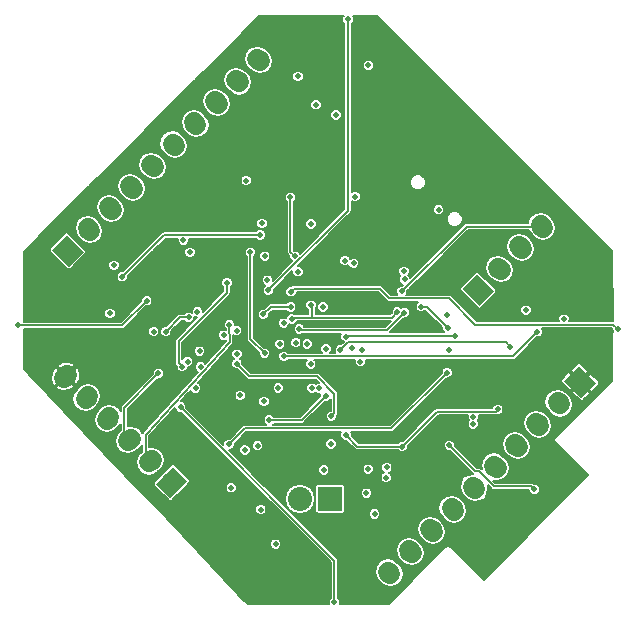
<source format=gbr>
G04 #@! TF.GenerationSoftware,KiCad,Pcbnew,5.0-dev-unknown-28f1209~61~ubuntu16.04.1*
G04 #@! TF.CreationDate,2018-02-18T12:37:57+01:00*
G04 #@! TF.ProjectId,roboy_crazyfly,726F626F795F6372617A79666C792E6B,rev?*
G04 #@! TF.SameCoordinates,Original*
G04 #@! TF.FileFunction,Copper,L2,Inr,Signal*
G04 #@! TF.FilePolarity,Positive*
%FSLAX46Y46*%
G04 Gerber Fmt 4.6, Leading zero omitted, Abs format (unit mm)*
G04 Created by KiCad (PCBNEW 5.0-dev-unknown-28f1209~61~ubuntu16.04.1) date Sun Feb 18 12:37:57 2018*
%MOMM*%
%LPD*%
G01*
G04 APERTURE LIST*
%ADD10R,2.032000X2.032000*%
%ADD11O,2.032000X2.032000*%
%ADD12C,1.727200*%
%ADD13C,0.100000*%
%ADD14C,1.727200*%
%ADD15C,0.500000*%
%ADD16C,0.150000*%
%ADD17C,0.152400*%
G04 APERTURE END LIST*
D10*
X141000000Y-101000000D03*
D11*
X138460000Y-101000000D03*
D12*
X127600000Y-99600000D03*
D13*
G36*
X128929078Y-99492237D02*
X127492237Y-100929078D01*
X126270922Y-99707763D01*
X127707763Y-98270922D01*
X128929078Y-99492237D01*
X128929078Y-99492237D01*
G37*
D12*
X125803949Y-97803949D03*
D14*
X125696186Y-97911712D02*
X125911712Y-97696186D01*
D12*
X124007898Y-96007898D03*
D14*
X123900135Y-96115661D02*
X124115661Y-95900135D01*
D12*
X122211846Y-94211846D03*
D14*
X122104083Y-94319609D02*
X122319609Y-94104083D01*
D12*
X120415795Y-92415795D03*
D14*
X120308032Y-92523558D02*
X120523558Y-92308032D01*
D12*
X118619744Y-90619744D03*
D14*
X118511981Y-90727507D02*
X118727507Y-90511981D01*
D12*
X153550000Y-83325000D03*
D13*
G36*
X153657763Y-84654078D02*
X152220922Y-83217237D01*
X153442237Y-81995922D01*
X154879078Y-83432763D01*
X153657763Y-84654078D01*
X153657763Y-84654078D01*
G37*
D12*
X155346051Y-81528949D03*
D14*
X155238288Y-81421186D02*
X155453814Y-81636712D01*
D12*
X157142102Y-79732898D03*
D14*
X157034339Y-79625135D02*
X157249865Y-79840661D01*
D12*
X158938154Y-77936846D03*
D14*
X158830391Y-77829083D02*
X159045917Y-78044609D01*
D12*
X162175000Y-91100000D03*
D13*
G36*
X162067237Y-89770922D02*
X163504078Y-91207763D01*
X162282763Y-92429078D01*
X160845922Y-90992237D01*
X162067237Y-89770922D01*
X162067237Y-89770922D01*
G37*
D12*
X160378949Y-92896051D03*
D14*
X160486712Y-93003814D02*
X160271186Y-92788288D01*
D12*
X158582898Y-94692102D03*
D14*
X158690661Y-94799865D02*
X158475135Y-94584339D01*
D12*
X156786846Y-96488154D03*
D14*
X156894609Y-96595917D02*
X156679083Y-96380391D01*
D12*
X154990795Y-98284205D03*
D14*
X155098558Y-98391968D02*
X154883032Y-98176442D01*
D12*
X153194744Y-100080256D03*
D14*
X153302507Y-100188019D02*
X153086981Y-99972493D01*
D12*
X151398693Y-101876307D03*
D14*
X151506456Y-101984070D02*
X151290930Y-101768544D01*
D12*
X149602641Y-103672359D03*
D14*
X149710404Y-103780122D02*
X149494878Y-103564596D01*
D12*
X147806590Y-105468410D03*
D14*
X147914353Y-105576173D02*
X147698827Y-105360647D01*
D12*
X146010539Y-107264461D03*
D14*
X146118302Y-107372224D02*
X145902776Y-107156698D01*
D12*
X118800000Y-80000000D03*
D13*
G36*
X118907763Y-81329078D02*
X117470922Y-79892237D01*
X118692237Y-78670922D01*
X120129078Y-80107763D01*
X118907763Y-81329078D01*
X118907763Y-81329078D01*
G37*
D12*
X120596051Y-78203949D03*
D14*
X120488288Y-78096186D02*
X120703814Y-78311712D01*
D12*
X122392102Y-76407898D03*
D14*
X122284339Y-76300135D02*
X122499865Y-76515661D01*
D12*
X124188154Y-74611846D03*
D14*
X124080391Y-74504083D02*
X124295917Y-74719609D01*
D12*
X125984205Y-72815795D03*
D14*
X125876442Y-72708032D02*
X126091968Y-72923558D01*
D12*
X127780256Y-71019744D03*
D14*
X127672493Y-70911981D02*
X127888019Y-71127507D01*
D12*
X129576307Y-69223693D03*
D14*
X129468544Y-69115930D02*
X129684070Y-69331456D01*
D12*
X131372359Y-67427641D03*
D14*
X131264596Y-67319878D02*
X131480122Y-67535404D01*
D12*
X133168410Y-65631590D03*
D14*
X133060647Y-65523827D02*
X133276173Y-65739353D01*
D12*
X134964461Y-63835539D03*
D14*
X134856698Y-63727776D02*
X135072224Y-63943302D01*
D15*
X135699500Y-82486500D03*
X151100000Y-88400000D03*
X136620000Y-91620000D03*
X143130000Y-75400000D03*
X142270000Y-80830000D03*
X150190000Y-76510000D03*
X129950000Y-88500000D03*
X130040000Y-89820000D03*
X138300000Y-81770000D03*
X153130000Y-94040000D03*
X136400000Y-104830000D03*
X132280000Y-82690000D03*
X128480000Y-89790000D03*
X129620000Y-91610000D03*
X123400000Y-82190000D03*
X139400000Y-77710000D03*
X135100000Y-78660000D03*
X144250000Y-64300000D03*
X142825000Y-88225000D03*
X137100000Y-88925000D03*
X158550000Y-86850000D03*
X164300000Y-81200000D03*
X136000000Y-60600000D03*
X115900000Y-81000000D03*
X135400000Y-109300000D03*
X145620000Y-77950000D03*
X135970000Y-80920000D03*
X136860000Y-78070000D03*
X133830000Y-75810000D03*
X132850000Y-83000000D03*
X135430000Y-91670000D03*
X150930000Y-89550000D03*
X127400000Y-81350000D03*
X122070000Y-87310000D03*
X150160000Y-98530000D03*
X134170000Y-105200000D03*
X132480000Y-86260000D03*
X128940000Y-89370000D03*
X133130000Y-88750000D03*
X145810000Y-98330000D03*
X133810000Y-96850000D03*
X133400000Y-92240000D03*
X153125000Y-94675000D03*
X140470000Y-98560000D03*
X140670000Y-88310000D03*
X141080000Y-96350000D03*
X150925000Y-90300000D03*
X132450000Y-96375000D03*
X151560000Y-87190000D03*
X142340000Y-87250000D03*
X128590000Y-79100000D03*
X139375000Y-89600000D03*
X148725000Y-84725000D03*
X150975000Y-86525000D03*
X150910000Y-85400000D03*
X147320000Y-82420000D03*
X122360000Y-85290000D03*
X157590000Y-85020000D03*
X139825000Y-67625000D03*
X126475000Y-90375000D03*
X143725000Y-88350000D03*
X143575000Y-89375000D03*
X147270000Y-81730000D03*
X147075000Y-83425000D03*
X156270000Y-88110000D03*
X141880000Y-88380000D03*
X135470000Y-80450000D03*
X138100000Y-87770000D03*
X145760000Y-99200000D03*
X144230000Y-98490000D03*
X137650000Y-75475000D03*
X138025000Y-80450000D03*
X139075000Y-87875000D03*
X139475000Y-91625000D03*
X144080000Y-100520000D03*
X140100000Y-91650000D03*
X144775000Y-102275000D03*
X135140000Y-101900000D03*
X141510000Y-68500000D03*
X126070000Y-86830000D03*
X132630000Y-100060000D03*
X138300000Y-65225000D03*
X122700000Y-81225000D03*
X160800000Y-85780000D03*
X136750000Y-87900000D03*
X131990000Y-87140000D03*
X143000000Y-81050000D03*
X127090000Y-86840000D03*
X129020000Y-85630000D03*
X141370000Y-109740000D03*
X128350000Y-93210000D03*
X137075000Y-86125000D03*
X135250000Y-77675000D03*
X147300000Y-85225000D03*
X138400000Y-86625000D03*
X125490000Y-84220000D03*
X114590000Y-86300000D03*
X139400000Y-84600000D03*
X133900000Y-74050000D03*
X146700000Y-85175000D03*
X137775000Y-85775000D03*
X142525000Y-60400000D03*
X135775000Y-83350000D03*
X165360000Y-86620000D03*
X137690000Y-83460000D03*
X129140000Y-80120000D03*
X134260000Y-80130000D03*
X135460000Y-88670000D03*
X133110000Y-89550000D03*
X141110000Y-94010000D03*
X142340000Y-95590000D03*
X155200000Y-93425000D03*
X147100000Y-96575000D03*
X135400000Y-92750000D03*
X134860000Y-96490000D03*
X135850000Y-94325000D03*
X140650000Y-92275000D03*
X158310000Y-100200000D03*
X151100000Y-96460000D03*
X140400000Y-84750000D03*
X129770000Y-85150000D03*
X133090000Y-86750000D03*
X137675000Y-84750000D03*
X135350000Y-85375000D03*
D16*
X132280000Y-83550000D02*
X132280000Y-82690000D01*
X128200000Y-87630000D02*
X132280000Y-83550000D01*
X128200000Y-89510000D02*
X128200000Y-87630000D01*
X128480000Y-89790000D02*
X128200000Y-89510000D01*
X126950000Y-78660000D02*
X135100000Y-78660000D01*
X123420000Y-82190000D02*
X126950000Y-78660000D01*
X123400000Y-82190000D02*
X123420000Y-82190000D01*
X135110000Y-78660000D02*
X135060000Y-78660000D01*
X135100000Y-78660000D02*
X135110000Y-78660000D01*
X156475000Y-88925000D02*
X137100000Y-88925000D01*
X158550000Y-86850000D02*
X156475000Y-88925000D01*
X135420000Y-91660000D02*
X135420000Y-91650000D01*
X135430000Y-91670000D02*
X135420000Y-91660000D01*
X127400000Y-81400000D02*
X127400000Y-81300000D01*
X127400000Y-81300000D02*
X127400000Y-81350000D01*
X122060000Y-87300000D02*
X122000000Y-87300000D01*
X122070000Y-87310000D02*
X122060000Y-87300000D01*
X132480000Y-86260000D02*
X132520000Y-87730000D01*
X132520000Y-87730000D02*
X125378949Y-95571051D01*
X125378949Y-95571051D02*
X125378949Y-98328949D01*
X146200000Y-95025000D02*
X150925000Y-90300000D01*
X133800000Y-95025000D02*
X146200000Y-95025000D01*
X132450000Y-96375000D02*
X133800000Y-95025000D01*
X142400000Y-87190000D02*
X151560000Y-87190000D01*
X142340000Y-87250000D02*
X142400000Y-87190000D01*
X149175000Y-84725000D02*
X148725000Y-84725000D01*
X150975000Y-86525000D02*
X149175000Y-84725000D01*
X123582898Y-93267102D02*
X123582898Y-96532898D01*
X126475000Y-90375000D02*
X123582898Y-93267102D01*
X152563154Y-77936846D02*
X158938154Y-77936846D01*
X147075000Y-83425000D02*
X152563154Y-77936846D01*
X155870000Y-87710000D02*
X156270000Y-88110000D01*
X142550000Y-87710000D02*
X155870000Y-87710000D01*
X141880000Y-88380000D02*
X142550000Y-87710000D01*
X137650000Y-80075000D02*
X137650000Y-75475000D01*
X138025000Y-80450000D02*
X137650000Y-80075000D01*
X127090000Y-86840000D02*
X128300000Y-85630000D01*
X128300000Y-85630000D02*
X129020000Y-85630000D01*
X141370000Y-109740000D02*
X141370000Y-106230000D01*
X141370000Y-106230000D02*
X128350000Y-93210000D01*
X145800000Y-86725000D02*
X147300000Y-85225000D01*
X138500000Y-86725000D02*
X145800000Y-86725000D01*
X138400000Y-86625000D02*
X138500000Y-86725000D01*
X125490000Y-84220000D02*
X123410000Y-86300000D01*
X123410000Y-86300000D02*
X114590000Y-86300000D01*
X139475000Y-84675000D02*
X139475000Y-85650000D01*
X139400000Y-84600000D02*
X139475000Y-84675000D01*
X146225000Y-85650000D02*
X146700000Y-85175000D01*
X137900000Y-85650000D02*
X139475000Y-85650000D01*
X139475000Y-85650000D02*
X146225000Y-85650000D01*
X137775000Y-85775000D02*
X137900000Y-85650000D01*
X142525000Y-76600000D02*
X142525000Y-60400000D01*
X135775000Y-83350000D02*
X142525000Y-76600000D01*
X164990000Y-86250000D02*
X165360000Y-86620000D01*
X153290000Y-86250000D02*
X164990000Y-86250000D01*
X151070000Y-84030000D02*
X153290000Y-86250000D01*
X146030000Y-84030000D02*
X151070000Y-84030000D01*
X145210000Y-83210000D02*
X146030000Y-84030000D01*
X137940000Y-83210000D02*
X145210000Y-83210000D01*
X137690000Y-83460000D02*
X137940000Y-83210000D01*
X134260000Y-87470000D02*
X134260000Y-80130000D01*
X135460000Y-88670000D02*
X134260000Y-87470000D01*
X147100000Y-96575000D02*
X143325000Y-96575000D01*
X134180000Y-90620000D02*
X133110000Y-89550000D01*
X139910000Y-90620000D02*
X134180000Y-90620000D01*
X141370000Y-92080000D02*
X139910000Y-90620000D01*
X141370000Y-93750000D02*
X141370000Y-92080000D01*
X141110000Y-94010000D02*
X141370000Y-93750000D01*
X143325000Y-96575000D02*
X142340000Y-95590000D01*
X155025000Y-93600000D02*
X155200000Y-93425000D01*
X150075000Y-93600000D02*
X155025000Y-93600000D01*
X147100000Y-96575000D02*
X150075000Y-93600000D01*
X138600000Y-94325000D02*
X135850000Y-94325000D01*
X140650000Y-92275000D02*
X138600000Y-94325000D01*
X158030000Y-99920000D02*
X158310000Y-100200000D01*
X154850000Y-99920000D02*
X158030000Y-99920000D01*
X153590000Y-98660000D02*
X154850000Y-99920000D01*
X153300000Y-98660000D02*
X153590000Y-98660000D01*
X151100000Y-96460000D02*
X153300000Y-98660000D01*
X135975000Y-84750000D02*
X137675000Y-84750000D01*
X135350000Y-85375000D02*
X135975000Y-84750000D01*
D17*
G36*
X141881541Y-60085984D02*
X141970102Y-60103600D01*
X141970103Y-60103600D01*
X142000000Y-60109547D01*
X142029898Y-60103600D01*
X142144558Y-60103600D01*
X142119263Y-60128895D01*
X142046400Y-60304801D01*
X142046400Y-60495199D01*
X142119263Y-60671105D01*
X142221401Y-60773243D01*
X142221400Y-76474244D01*
X138455930Y-80239715D01*
X138430737Y-80178895D01*
X138296105Y-80044263D01*
X138120199Y-79971400D01*
X137975754Y-79971400D01*
X137953600Y-79949246D01*
X137953600Y-77614801D01*
X138921400Y-77614801D01*
X138921400Y-77805199D01*
X138994263Y-77981105D01*
X139128895Y-78115737D01*
X139304801Y-78188600D01*
X139495199Y-78188600D01*
X139671105Y-78115737D01*
X139805737Y-77981105D01*
X139878600Y-77805199D01*
X139878600Y-77614801D01*
X139805737Y-77438895D01*
X139671105Y-77304263D01*
X139495199Y-77231400D01*
X139304801Y-77231400D01*
X139128895Y-77304263D01*
X138994263Y-77438895D01*
X138921400Y-77614801D01*
X137953600Y-77614801D01*
X137953600Y-75848242D01*
X138055737Y-75746105D01*
X138128600Y-75570199D01*
X138128600Y-75379801D01*
X138055737Y-75203895D01*
X137921105Y-75069263D01*
X137745199Y-74996400D01*
X137554801Y-74996400D01*
X137378895Y-75069263D01*
X137244263Y-75203895D01*
X137171400Y-75379801D01*
X137171400Y-75570199D01*
X137244263Y-75746105D01*
X137346401Y-75848243D01*
X137346400Y-80045103D01*
X137340453Y-80075000D01*
X137346400Y-80104897D01*
X137364016Y-80193458D01*
X137431117Y-80293883D01*
X137456468Y-80310822D01*
X137546400Y-80400754D01*
X137546400Y-80545199D01*
X137619263Y-80721105D01*
X137753895Y-80855737D01*
X137814716Y-80880930D01*
X136178100Y-82517546D01*
X136178100Y-82391301D01*
X136105237Y-82215395D01*
X135970605Y-82080763D01*
X135794699Y-82007900D01*
X135604301Y-82007900D01*
X135428395Y-82080763D01*
X135293763Y-82215395D01*
X135220900Y-82391301D01*
X135220900Y-82581699D01*
X135293763Y-82757605D01*
X135428395Y-82892237D01*
X135528946Y-82933887D01*
X135503895Y-82944263D01*
X135369263Y-83078895D01*
X135296400Y-83254801D01*
X135296400Y-83445199D01*
X135369263Y-83621105D01*
X135503895Y-83755737D01*
X135679801Y-83828600D01*
X135870199Y-83828600D01*
X136046105Y-83755737D01*
X136180737Y-83621105D01*
X136253600Y-83445199D01*
X136253600Y-83300754D01*
X137821400Y-81732955D01*
X137821400Y-81865199D01*
X137894263Y-82041105D01*
X138028895Y-82175737D01*
X138204801Y-82248600D01*
X138395199Y-82248600D01*
X138571105Y-82175737D01*
X138705737Y-82041105D01*
X138778600Y-81865199D01*
X138778600Y-81674801D01*
X138705737Y-81498895D01*
X138571105Y-81364263D01*
X138395199Y-81291400D01*
X138262955Y-81291400D01*
X138819554Y-80734801D01*
X141791400Y-80734801D01*
X141791400Y-80925199D01*
X141864263Y-81101105D01*
X141998895Y-81235737D01*
X142174801Y-81308600D01*
X142365199Y-81308600D01*
X142541105Y-81235737D01*
X142553690Y-81223152D01*
X142594263Y-81321105D01*
X142728895Y-81455737D01*
X142904801Y-81528600D01*
X143095199Y-81528600D01*
X143271105Y-81455737D01*
X143405737Y-81321105D01*
X143478600Y-81145199D01*
X143478600Y-80954801D01*
X143405737Y-80778895D01*
X143271105Y-80644263D01*
X143095199Y-80571400D01*
X142904801Y-80571400D01*
X142728895Y-80644263D01*
X142716310Y-80656848D01*
X142675737Y-80558895D01*
X142541105Y-80424263D01*
X142365199Y-80351400D01*
X142174801Y-80351400D01*
X141998895Y-80424263D01*
X141864263Y-80558895D01*
X141791400Y-80734801D01*
X138819554Y-80734801D01*
X142382195Y-77172160D01*
X150875523Y-77172160D01*
X150875523Y-77441956D01*
X150978770Y-77691216D01*
X151169545Y-77881991D01*
X151418805Y-77985238D01*
X151688601Y-77985238D01*
X151937861Y-77881991D01*
X152128636Y-77691216D01*
X152231883Y-77441956D01*
X152231883Y-77172160D01*
X152128636Y-76922900D01*
X151937861Y-76732125D01*
X151688601Y-76628878D01*
X151418805Y-76628878D01*
X151169545Y-76732125D01*
X150978770Y-76922900D01*
X150875523Y-77172160D01*
X142382195Y-77172160D01*
X142718539Y-76835817D01*
X142743883Y-76818883D01*
X142769126Y-76781105D01*
X142779234Y-76765977D01*
X142810984Y-76718459D01*
X142828600Y-76629898D01*
X142828600Y-76629897D01*
X142834547Y-76600000D01*
X142828600Y-76570103D01*
X142828600Y-76414801D01*
X149711400Y-76414801D01*
X149711400Y-76605199D01*
X149784263Y-76781105D01*
X149918895Y-76915737D01*
X150094801Y-76988600D01*
X150285199Y-76988600D01*
X150461105Y-76915737D01*
X150595737Y-76781105D01*
X150668600Y-76605199D01*
X150668600Y-76414801D01*
X150595737Y-76238895D01*
X150461105Y-76104263D01*
X150285199Y-76031400D01*
X150094801Y-76031400D01*
X149918895Y-76104263D01*
X149784263Y-76238895D01*
X149711400Y-76414801D01*
X142828600Y-76414801D01*
X142828600Y-75775442D01*
X142858895Y-75805737D01*
X143034801Y-75878600D01*
X143225199Y-75878600D01*
X143401105Y-75805737D01*
X143535737Y-75671105D01*
X143608600Y-75495199D01*
X143608600Y-75304801D01*
X143535737Y-75128895D01*
X143401105Y-74994263D01*
X143225199Y-74921400D01*
X143034801Y-74921400D01*
X142858895Y-74994263D01*
X142828600Y-75024558D01*
X142828600Y-74061399D01*
X147764762Y-74061399D01*
X147764762Y-74331195D01*
X147868009Y-74580455D01*
X148058784Y-74771230D01*
X148308044Y-74874477D01*
X148577840Y-74874477D01*
X148827100Y-74771230D01*
X149017875Y-74580455D01*
X149121122Y-74331195D01*
X149121122Y-74061399D01*
X149017875Y-73812139D01*
X148827100Y-73621364D01*
X148577840Y-73518117D01*
X148308044Y-73518117D01*
X148058784Y-73621364D01*
X147868009Y-73812139D01*
X147764762Y-74061399D01*
X142828600Y-74061399D01*
X142828600Y-64204801D01*
X143771400Y-64204801D01*
X143771400Y-64395199D01*
X143844263Y-64571105D01*
X143978895Y-64705737D01*
X144154801Y-64778600D01*
X144345199Y-64778600D01*
X144521105Y-64705737D01*
X144655737Y-64571105D01*
X144728600Y-64395199D01*
X144728600Y-64204801D01*
X144655737Y-64028895D01*
X144521105Y-63894263D01*
X144345199Y-63821400D01*
X144154801Y-63821400D01*
X143978895Y-63894263D01*
X143844263Y-64028895D01*
X143771400Y-64204801D01*
X142828600Y-64204801D01*
X142828600Y-60773242D01*
X142930737Y-60671105D01*
X143003600Y-60495199D01*
X143003600Y-60304801D01*
X142930737Y-60128895D01*
X142905442Y-60103600D01*
X144974246Y-60103600D01*
X164896401Y-80025756D01*
X164896400Y-82970102D01*
X164890453Y-83000000D01*
X164914016Y-83118459D01*
X164923800Y-83133102D01*
X164923800Y-85946400D01*
X161249107Y-85946400D01*
X161278600Y-85875199D01*
X161278600Y-85684801D01*
X161205737Y-85508895D01*
X161071105Y-85374263D01*
X160895199Y-85301400D01*
X160704801Y-85301400D01*
X160528895Y-85374263D01*
X160394263Y-85508895D01*
X160321400Y-85684801D01*
X160321400Y-85875199D01*
X160350893Y-85946400D01*
X153415755Y-85946400D01*
X152394156Y-84924801D01*
X157111400Y-84924801D01*
X157111400Y-85115199D01*
X157184263Y-85291105D01*
X157318895Y-85425737D01*
X157494801Y-85498600D01*
X157685199Y-85498600D01*
X157861105Y-85425737D01*
X157995737Y-85291105D01*
X158068600Y-85115199D01*
X158068600Y-84924801D01*
X157995737Y-84748895D01*
X157861105Y-84614263D01*
X157685199Y-84541400D01*
X157494801Y-84541400D01*
X157318895Y-84614263D01*
X157184263Y-84748895D01*
X157111400Y-84924801D01*
X152394156Y-84924801D01*
X151305822Y-83836468D01*
X151288883Y-83811117D01*
X151188459Y-83744016D01*
X151099898Y-83726400D01*
X151099897Y-83726400D01*
X151070000Y-83720453D01*
X151040103Y-83726400D01*
X147450442Y-83726400D01*
X147480737Y-83696105D01*
X147553600Y-83520199D01*
X147553600Y-83375754D01*
X147712117Y-83217237D01*
X151987844Y-83217237D01*
X152005586Y-83306432D01*
X152056111Y-83382048D01*
X153492952Y-84818889D01*
X153568568Y-84869414D01*
X153657763Y-84887156D01*
X153746958Y-84869414D01*
X153822574Y-84818889D01*
X155043889Y-83597574D01*
X155094414Y-83521958D01*
X155112156Y-83432763D01*
X155094414Y-83343568D01*
X155043889Y-83267952D01*
X153607048Y-81831111D01*
X153531432Y-81780586D01*
X153442237Y-81762844D01*
X153353042Y-81780586D01*
X153277426Y-81831111D01*
X152056111Y-83052426D01*
X152005586Y-83128042D01*
X151987844Y-83217237D01*
X147712117Y-83217237D01*
X149508168Y-81421186D01*
X154124691Y-81421186D01*
X154209459Y-81847340D01*
X154389924Y-82117425D01*
X154757575Y-82485076D01*
X155027660Y-82665541D01*
X155453814Y-82750309D01*
X155879969Y-82665541D01*
X156241246Y-82424144D01*
X156482643Y-82062867D01*
X156567411Y-81636712D01*
X156482643Y-81210558D01*
X156302178Y-80940473D01*
X155934527Y-80572822D01*
X155664442Y-80392357D01*
X155238288Y-80307589D01*
X154812134Y-80392357D01*
X154450857Y-80633755D01*
X154209459Y-80995032D01*
X154124691Y-81421186D01*
X149508168Y-81421186D01*
X151304219Y-79625135D01*
X155920742Y-79625135D01*
X156005510Y-80051289D01*
X156185975Y-80321374D01*
X156553626Y-80689025D01*
X156823711Y-80869490D01*
X157249865Y-80954258D01*
X157676020Y-80869490D01*
X158037297Y-80628093D01*
X158278694Y-80266816D01*
X158363462Y-79840661D01*
X158278694Y-79414507D01*
X158098229Y-79144422D01*
X157730578Y-78776771D01*
X157460493Y-78596306D01*
X157034339Y-78511538D01*
X156608185Y-78596306D01*
X156246908Y-78837704D01*
X156005510Y-79198981D01*
X155920742Y-79625135D01*
X151304219Y-79625135D01*
X152688909Y-78240446D01*
X157798620Y-78240446D01*
X157801562Y-78255237D01*
X157982027Y-78525322D01*
X158349678Y-78892973D01*
X158619763Y-79073438D01*
X159045917Y-79158206D01*
X159472072Y-79073438D01*
X159833349Y-78832041D01*
X160074746Y-78470764D01*
X160159514Y-78044609D01*
X160074746Y-77618455D01*
X159894281Y-77348370D01*
X159526630Y-76980719D01*
X159256545Y-76800254D01*
X158830391Y-76715486D01*
X158404237Y-76800254D01*
X158042960Y-77041652D01*
X157801562Y-77402929D01*
X157755749Y-77633246D01*
X152593051Y-77633246D01*
X152563154Y-77627299D01*
X152533257Y-77633246D01*
X152533256Y-77633246D01*
X152444695Y-77650862D01*
X152344271Y-77717963D01*
X152327334Y-77743311D01*
X147783148Y-82287498D01*
X147725737Y-82148895D01*
X147626842Y-82050000D01*
X147675737Y-82001105D01*
X147748600Y-81825199D01*
X147748600Y-81634801D01*
X147675737Y-81458895D01*
X147541105Y-81324263D01*
X147365199Y-81251400D01*
X147174801Y-81251400D01*
X146998895Y-81324263D01*
X146864263Y-81458895D01*
X146791400Y-81634801D01*
X146791400Y-81825199D01*
X146864263Y-82001105D01*
X146963158Y-82100000D01*
X146914263Y-82148895D01*
X146841400Y-82324801D01*
X146841400Y-82515199D01*
X146914263Y-82691105D01*
X147048895Y-82825737D01*
X147187498Y-82883148D01*
X147124246Y-82946400D01*
X146979801Y-82946400D01*
X146803895Y-83019263D01*
X146669263Y-83153895D01*
X146596400Y-83329801D01*
X146596400Y-83520199D01*
X146669263Y-83696105D01*
X146699558Y-83726400D01*
X146155755Y-83726400D01*
X145445822Y-83016468D01*
X145428883Y-82991117D01*
X145328459Y-82924016D01*
X145239898Y-82906400D01*
X145239897Y-82906400D01*
X145210000Y-82900453D01*
X145180103Y-82906400D01*
X137969896Y-82906400D01*
X137939999Y-82900453D01*
X137910102Y-82906400D01*
X137821541Y-82924016D01*
X137735660Y-82981400D01*
X137594801Y-82981400D01*
X137418895Y-83054263D01*
X137284263Y-83188895D01*
X137211400Y-83364801D01*
X137211400Y-83555199D01*
X137284263Y-83731105D01*
X137418895Y-83865737D01*
X137594801Y-83938600D01*
X137785199Y-83938600D01*
X137961105Y-83865737D01*
X138095737Y-83731105D01*
X138168600Y-83555199D01*
X138168600Y-83513600D01*
X145084246Y-83513600D01*
X145794180Y-84223535D01*
X145811117Y-84248883D01*
X145908596Y-84314016D01*
X145911541Y-84315984D01*
X146029999Y-84339547D01*
X146059896Y-84333600D01*
X148439558Y-84333600D01*
X148319263Y-84453895D01*
X148246400Y-84629801D01*
X148246400Y-84820199D01*
X148319263Y-84996105D01*
X148453895Y-85130737D01*
X148629801Y-85203600D01*
X148820199Y-85203600D01*
X148996105Y-85130737D01*
X149073744Y-85053098D01*
X150496400Y-86475755D01*
X150496400Y-86620199D01*
X150569263Y-86796105D01*
X150659558Y-86886400D01*
X146067954Y-86886400D01*
X147250755Y-85703600D01*
X147395199Y-85703600D01*
X147571105Y-85630737D01*
X147705737Y-85496105D01*
X147778600Y-85320199D01*
X147778600Y-85129801D01*
X147705737Y-84953895D01*
X147571105Y-84819263D01*
X147395199Y-84746400D01*
X147204801Y-84746400D01*
X147028895Y-84819263D01*
X147025000Y-84823158D01*
X146971105Y-84769263D01*
X146795199Y-84696400D01*
X146604801Y-84696400D01*
X146428895Y-84769263D01*
X146294263Y-84903895D01*
X146221400Y-85079801D01*
X146221400Y-85224246D01*
X146099246Y-85346400D01*
X139778600Y-85346400D01*
X139778600Y-84898242D01*
X139805737Y-84871105D01*
X139878600Y-84695199D01*
X139878600Y-84654801D01*
X139921400Y-84654801D01*
X139921400Y-84845199D01*
X139994263Y-85021105D01*
X140128895Y-85155737D01*
X140304801Y-85228600D01*
X140495199Y-85228600D01*
X140671105Y-85155737D01*
X140805737Y-85021105D01*
X140878600Y-84845199D01*
X140878600Y-84654801D01*
X140805737Y-84478895D01*
X140671105Y-84344263D01*
X140495199Y-84271400D01*
X140304801Y-84271400D01*
X140128895Y-84344263D01*
X139994263Y-84478895D01*
X139921400Y-84654801D01*
X139878600Y-84654801D01*
X139878600Y-84504801D01*
X139805737Y-84328895D01*
X139671105Y-84194263D01*
X139495199Y-84121400D01*
X139304801Y-84121400D01*
X139128895Y-84194263D01*
X138994263Y-84328895D01*
X138921400Y-84504801D01*
X138921400Y-84695199D01*
X138994263Y-84871105D01*
X139128895Y-85005737D01*
X139171400Y-85023343D01*
X139171401Y-85346400D01*
X137990909Y-85346400D01*
X137870199Y-85296400D01*
X137679801Y-85296400D01*
X137503895Y-85369263D01*
X137369263Y-85503895D01*
X137296400Y-85679801D01*
X137296400Y-85698674D01*
X137170199Y-85646400D01*
X136979801Y-85646400D01*
X136803895Y-85719263D01*
X136669263Y-85853895D01*
X136596400Y-86029801D01*
X136596400Y-86220199D01*
X136669263Y-86396105D01*
X136803895Y-86530737D01*
X136979801Y-86603600D01*
X137170199Y-86603600D01*
X137346105Y-86530737D01*
X137480737Y-86396105D01*
X137553600Y-86220199D01*
X137553600Y-86201326D01*
X137679801Y-86253600D01*
X137870199Y-86253600D01*
X138046105Y-86180737D01*
X138180737Y-86046105D01*
X138219054Y-85953600D01*
X139445103Y-85953600D01*
X139475000Y-85959547D01*
X139504898Y-85953600D01*
X146142046Y-85953600D01*
X145674246Y-86421400D01*
X138833699Y-86421400D01*
X138805737Y-86353895D01*
X138671105Y-86219263D01*
X138495199Y-86146400D01*
X138304801Y-86146400D01*
X138128895Y-86219263D01*
X137994263Y-86353895D01*
X137921400Y-86529801D01*
X137921400Y-86720199D01*
X137994263Y-86896105D01*
X138128895Y-87030737D01*
X138304801Y-87103600D01*
X138495199Y-87103600D01*
X138671105Y-87030737D01*
X138673242Y-87028600D01*
X141913674Y-87028600D01*
X141861400Y-87154801D01*
X141861400Y-87345199D01*
X141934263Y-87521105D01*
X142068895Y-87655737D01*
X142143858Y-87686788D01*
X141929246Y-87901400D01*
X141784801Y-87901400D01*
X141608895Y-87974263D01*
X141474263Y-88108895D01*
X141401400Y-88284801D01*
X141401400Y-88475199D01*
X141461959Y-88621400D01*
X141035442Y-88621400D01*
X141075737Y-88581105D01*
X141148600Y-88405199D01*
X141148600Y-88214801D01*
X141075737Y-88038895D01*
X140941105Y-87904263D01*
X140765199Y-87831400D01*
X140574801Y-87831400D01*
X140398895Y-87904263D01*
X140264263Y-88038895D01*
X140191400Y-88214801D01*
X140191400Y-88405199D01*
X140264263Y-88581105D01*
X140304558Y-88621400D01*
X137473242Y-88621400D01*
X137371105Y-88519263D01*
X137195199Y-88446400D01*
X137004801Y-88446400D01*
X136828895Y-88519263D01*
X136694263Y-88653895D01*
X136621400Y-88829801D01*
X136621400Y-89020199D01*
X136694263Y-89196105D01*
X136828895Y-89330737D01*
X137004801Y-89403600D01*
X137195199Y-89403600D01*
X137371105Y-89330737D01*
X137473242Y-89228600D01*
X139069558Y-89228600D01*
X138969263Y-89328895D01*
X138896400Y-89504801D01*
X138896400Y-89695199D01*
X138969263Y-89871105D01*
X139103895Y-90005737D01*
X139279801Y-90078600D01*
X139470199Y-90078600D01*
X139646105Y-90005737D01*
X139780737Y-89871105D01*
X139853600Y-89695199D01*
X139853600Y-89504801D01*
X139780737Y-89328895D01*
X139680442Y-89228600D01*
X143117608Y-89228600D01*
X143096400Y-89279801D01*
X143096400Y-89470199D01*
X143169263Y-89646105D01*
X143303895Y-89780737D01*
X143479801Y-89853600D01*
X143670199Y-89853600D01*
X143846105Y-89780737D01*
X143980737Y-89646105D01*
X144053600Y-89470199D01*
X144053600Y-89279801D01*
X144032392Y-89228600D01*
X156445103Y-89228600D01*
X156475000Y-89234547D01*
X156504897Y-89228600D01*
X156504898Y-89228600D01*
X156593459Y-89210984D01*
X156693883Y-89143883D01*
X156710822Y-89118532D01*
X158500755Y-87328600D01*
X158645199Y-87328600D01*
X158821105Y-87255737D01*
X158955737Y-87121105D01*
X159028600Y-86945199D01*
X159028600Y-86754801D01*
X158955737Y-86578895D01*
X158930442Y-86553600D01*
X164864246Y-86553600D01*
X164881400Y-86570754D01*
X164881400Y-86715199D01*
X164923800Y-86817561D01*
X164923800Y-86866899D01*
X164914016Y-86881541D01*
X164890453Y-87000000D01*
X164896400Y-87029898D01*
X164896401Y-90974244D01*
X160106464Y-95764182D01*
X160081118Y-95781118D01*
X160064182Y-95806464D01*
X160020706Y-95871530D01*
X159946118Y-95946118D01*
X159929600Y-95970840D01*
X159923800Y-96000000D01*
X159929600Y-96029160D01*
X159946118Y-96053882D01*
X160020706Y-96128470D01*
X160081118Y-96218882D01*
X160106464Y-96235818D01*
X162870645Y-99000000D01*
X154000000Y-107870646D01*
X151235817Y-105106463D01*
X151218882Y-105081118D01*
X151193536Y-105064182D01*
X151128470Y-105020706D01*
X151053882Y-104946118D01*
X151029160Y-104929600D01*
X151000000Y-104923800D01*
X150970840Y-104929600D01*
X150946118Y-104946118D01*
X150871532Y-105020704D01*
X150806463Y-105064182D01*
X150806461Y-105064184D01*
X150781118Y-105081118D01*
X150764184Y-105106461D01*
X145974246Y-109896400D01*
X142029898Y-109896400D01*
X142000000Y-109890453D01*
X141970103Y-109896400D01*
X141970102Y-109896400D01*
X141881541Y-109914016D01*
X141866898Y-109923800D01*
X141811900Y-109923800D01*
X141848600Y-109835199D01*
X141848600Y-109644801D01*
X141775737Y-109468895D01*
X141673600Y-109366758D01*
X141673600Y-107156698D01*
X144789179Y-107156698D01*
X144873947Y-107582852D01*
X145054412Y-107852937D01*
X145422063Y-108220588D01*
X145692148Y-108401053D01*
X146118302Y-108485821D01*
X146544457Y-108401053D01*
X146905734Y-108159656D01*
X147147131Y-107798379D01*
X147231899Y-107372224D01*
X147147131Y-106946070D01*
X146966666Y-106675985D01*
X146599015Y-106308334D01*
X146328930Y-106127869D01*
X145902776Y-106043101D01*
X145476622Y-106127869D01*
X145115345Y-106369267D01*
X144873947Y-106730544D01*
X144789179Y-107156698D01*
X141673600Y-107156698D01*
X141673600Y-106259897D01*
X141679547Y-106230000D01*
X141655984Y-106111542D01*
X141655984Y-106111541D01*
X141588883Y-106011117D01*
X141563535Y-105994180D01*
X140930002Y-105360647D01*
X146585230Y-105360647D01*
X146669998Y-105786801D01*
X146850463Y-106056886D01*
X147218114Y-106424537D01*
X147488199Y-106605002D01*
X147914353Y-106689770D01*
X148340508Y-106605002D01*
X148701785Y-106363605D01*
X148943182Y-106002328D01*
X149027950Y-105576173D01*
X148943182Y-105150019D01*
X148762717Y-104879934D01*
X148395066Y-104512283D01*
X148124981Y-104331818D01*
X147698827Y-104247050D01*
X147272673Y-104331818D01*
X146911396Y-104573216D01*
X146669998Y-104934493D01*
X146585230Y-105360647D01*
X140930002Y-105360647D01*
X139133951Y-103564596D01*
X148381281Y-103564596D01*
X148466049Y-103990750D01*
X148646514Y-104260835D01*
X149014165Y-104628486D01*
X149284250Y-104808951D01*
X149710404Y-104893719D01*
X150136559Y-104808951D01*
X150497836Y-104567554D01*
X150739233Y-104206277D01*
X150824001Y-103780122D01*
X150739233Y-103353968D01*
X150558768Y-103083883D01*
X150191117Y-102716232D01*
X149921032Y-102535767D01*
X149494878Y-102450999D01*
X149068724Y-102535767D01*
X148707447Y-102777165D01*
X148466049Y-103138442D01*
X148381281Y-103564596D01*
X139133951Y-103564596D01*
X136569355Y-101000000D01*
X137191017Y-101000000D01*
X137287613Y-101485619D01*
X137562694Y-101897306D01*
X137974381Y-102172387D01*
X138337419Y-102244600D01*
X138582581Y-102244600D01*
X138945619Y-102172387D01*
X139357306Y-101897306D01*
X139632387Y-101485619D01*
X139728983Y-101000000D01*
X139632387Y-100514381D01*
X139357306Y-100102694D01*
X139179669Y-99984000D01*
X139750922Y-99984000D01*
X139750922Y-102016000D01*
X139768664Y-102105195D01*
X139819189Y-102180811D01*
X139894805Y-102231336D01*
X139984000Y-102249078D01*
X142016000Y-102249078D01*
X142105195Y-102231336D01*
X142180811Y-102180811D01*
X142181485Y-102179801D01*
X144296400Y-102179801D01*
X144296400Y-102370199D01*
X144369263Y-102546105D01*
X144503895Y-102680737D01*
X144679801Y-102753600D01*
X144870199Y-102753600D01*
X145046105Y-102680737D01*
X145180737Y-102546105D01*
X145253600Y-102370199D01*
X145253600Y-102179801D01*
X145180737Y-102003895D01*
X145046105Y-101869263D01*
X144870199Y-101796400D01*
X144679801Y-101796400D01*
X144503895Y-101869263D01*
X144369263Y-102003895D01*
X144296400Y-102179801D01*
X142181485Y-102179801D01*
X142231336Y-102105195D01*
X142249078Y-102016000D01*
X142249078Y-101768544D01*
X150177333Y-101768544D01*
X150262101Y-102194698D01*
X150442566Y-102464783D01*
X150810217Y-102832434D01*
X151080302Y-103012899D01*
X151506456Y-103097667D01*
X151932611Y-103012899D01*
X152293888Y-102771502D01*
X152535285Y-102410225D01*
X152620053Y-101984070D01*
X152535285Y-101557916D01*
X152354820Y-101287831D01*
X151987169Y-100920180D01*
X151717084Y-100739715D01*
X151290930Y-100654947D01*
X150864776Y-100739715D01*
X150503499Y-100981113D01*
X150262101Y-101342390D01*
X150177333Y-101768544D01*
X142249078Y-101768544D01*
X142249078Y-100424801D01*
X143601400Y-100424801D01*
X143601400Y-100615199D01*
X143674263Y-100791105D01*
X143808895Y-100925737D01*
X143984801Y-100998600D01*
X144175199Y-100998600D01*
X144351105Y-100925737D01*
X144485737Y-100791105D01*
X144558600Y-100615199D01*
X144558600Y-100424801D01*
X144485737Y-100248895D01*
X144351105Y-100114263D01*
X144175199Y-100041400D01*
X143984801Y-100041400D01*
X143808895Y-100114263D01*
X143674263Y-100248895D01*
X143601400Y-100424801D01*
X142249078Y-100424801D01*
X142249078Y-99984000D01*
X142231336Y-99894805D01*
X142180811Y-99819189D01*
X142105195Y-99768664D01*
X142016000Y-99750922D01*
X139984000Y-99750922D01*
X139894805Y-99768664D01*
X139819189Y-99819189D01*
X139768664Y-99894805D01*
X139750922Y-99984000D01*
X139179669Y-99984000D01*
X138945619Y-99827613D01*
X138582581Y-99755400D01*
X138337419Y-99755400D01*
X137974381Y-99827613D01*
X137562694Y-100102694D01*
X137287613Y-100514381D01*
X137191017Y-101000000D01*
X136569355Y-101000000D01*
X134674156Y-99104801D01*
X145281400Y-99104801D01*
X145281400Y-99295199D01*
X145354263Y-99471105D01*
X145488895Y-99605737D01*
X145664801Y-99678600D01*
X145855199Y-99678600D01*
X146031105Y-99605737D01*
X146165737Y-99471105D01*
X146238600Y-99295199D01*
X146238600Y-99104801D01*
X146165737Y-98928895D01*
X146031105Y-98794263D01*
X145985458Y-98775355D01*
X146081105Y-98735737D01*
X146215737Y-98601105D01*
X146288600Y-98425199D01*
X146288600Y-98234801D01*
X146215737Y-98058895D01*
X146081105Y-97924263D01*
X145905199Y-97851400D01*
X145714801Y-97851400D01*
X145538895Y-97924263D01*
X145404263Y-98058895D01*
X145331400Y-98234801D01*
X145331400Y-98425199D01*
X145404263Y-98601105D01*
X145538895Y-98735737D01*
X145584542Y-98754645D01*
X145488895Y-98794263D01*
X145354263Y-98928895D01*
X145281400Y-99104801D01*
X134674156Y-99104801D01*
X134034156Y-98464801D01*
X139991400Y-98464801D01*
X139991400Y-98655199D01*
X140064263Y-98831105D01*
X140198895Y-98965737D01*
X140374801Y-99038600D01*
X140565199Y-99038600D01*
X140741105Y-98965737D01*
X140875737Y-98831105D01*
X140948600Y-98655199D01*
X140948600Y-98464801D01*
X140919605Y-98394801D01*
X143751400Y-98394801D01*
X143751400Y-98585199D01*
X143824263Y-98761105D01*
X143958895Y-98895737D01*
X144134801Y-98968600D01*
X144325199Y-98968600D01*
X144501105Y-98895737D01*
X144635737Y-98761105D01*
X144708600Y-98585199D01*
X144708600Y-98394801D01*
X144635737Y-98218895D01*
X144501105Y-98084263D01*
X144325199Y-98011400D01*
X144134801Y-98011400D01*
X143958895Y-98084263D01*
X143824263Y-98218895D01*
X143751400Y-98394801D01*
X140919605Y-98394801D01*
X140875737Y-98288895D01*
X140741105Y-98154263D01*
X140565199Y-98081400D01*
X140374801Y-98081400D01*
X140198895Y-98154263D01*
X140064263Y-98288895D01*
X139991400Y-98464801D01*
X134034156Y-98464801D01*
X132422954Y-96853600D01*
X132545199Y-96853600D01*
X132721105Y-96780737D01*
X132747041Y-96754801D01*
X133331400Y-96754801D01*
X133331400Y-96945199D01*
X133404263Y-97121105D01*
X133538895Y-97255737D01*
X133714801Y-97328600D01*
X133905199Y-97328600D01*
X134081105Y-97255737D01*
X134215737Y-97121105D01*
X134288600Y-96945199D01*
X134288600Y-96754801D01*
X134215737Y-96578895D01*
X134081105Y-96444263D01*
X133961694Y-96394801D01*
X134381400Y-96394801D01*
X134381400Y-96585199D01*
X134454263Y-96761105D01*
X134588895Y-96895737D01*
X134764801Y-96968600D01*
X134955199Y-96968600D01*
X135131105Y-96895737D01*
X135265737Y-96761105D01*
X135338600Y-96585199D01*
X135338600Y-96394801D01*
X135280610Y-96254801D01*
X140601400Y-96254801D01*
X140601400Y-96445199D01*
X140674263Y-96621105D01*
X140808895Y-96755737D01*
X140984801Y-96828600D01*
X141175199Y-96828600D01*
X141351105Y-96755737D01*
X141485737Y-96621105D01*
X141558600Y-96445199D01*
X141558600Y-96254801D01*
X141485737Y-96078895D01*
X141351105Y-95944263D01*
X141175199Y-95871400D01*
X140984801Y-95871400D01*
X140808895Y-95944263D01*
X140674263Y-96078895D01*
X140601400Y-96254801D01*
X135280610Y-96254801D01*
X135265737Y-96218895D01*
X135131105Y-96084263D01*
X134955199Y-96011400D01*
X134764801Y-96011400D01*
X134588895Y-96084263D01*
X134454263Y-96218895D01*
X134381400Y-96394801D01*
X133961694Y-96394801D01*
X133905199Y-96371400D01*
X133714801Y-96371400D01*
X133538895Y-96444263D01*
X133404263Y-96578895D01*
X133331400Y-96754801D01*
X132747041Y-96754801D01*
X132855737Y-96646105D01*
X132928600Y-96470199D01*
X132928600Y-96325754D01*
X133925755Y-95328600D01*
X141930243Y-95328600D01*
X141861400Y-95494801D01*
X141861400Y-95685199D01*
X141934263Y-95861105D01*
X142068895Y-95995737D01*
X142244801Y-96068600D01*
X142389246Y-96068600D01*
X143089180Y-96768535D01*
X143106117Y-96793883D01*
X143184273Y-96846105D01*
X143206541Y-96860984D01*
X143324999Y-96884547D01*
X143354896Y-96878600D01*
X146726758Y-96878600D01*
X146828895Y-96980737D01*
X147004801Y-97053600D01*
X147195199Y-97053600D01*
X147371105Y-96980737D01*
X147505737Y-96846105D01*
X147578600Y-96670199D01*
X147578600Y-96525754D01*
X147739553Y-96364801D01*
X150621400Y-96364801D01*
X150621400Y-96555199D01*
X150694263Y-96731105D01*
X150828895Y-96865737D01*
X151004801Y-96938600D01*
X151149246Y-96938600D01*
X153064180Y-98853535D01*
X153070017Y-98862270D01*
X152660827Y-98943664D01*
X152299550Y-99185062D01*
X152058152Y-99546339D01*
X151973384Y-99972493D01*
X152058152Y-100398647D01*
X152238617Y-100668732D01*
X152606268Y-101036383D01*
X152876353Y-101216848D01*
X153302507Y-101301616D01*
X153728662Y-101216848D01*
X154089939Y-100975451D01*
X154331336Y-100614174D01*
X154416104Y-100188019D01*
X154348426Y-99847781D01*
X154614180Y-100113535D01*
X154631117Y-100138883D01*
X154722585Y-100200000D01*
X154731541Y-100205984D01*
X154849999Y-100229547D01*
X154879897Y-100223600D01*
X157831400Y-100223600D01*
X157831400Y-100295199D01*
X157904263Y-100471105D01*
X158038895Y-100605737D01*
X158214801Y-100678600D01*
X158405199Y-100678600D01*
X158581105Y-100605737D01*
X158715737Y-100471105D01*
X158788600Y-100295199D01*
X158788600Y-100104801D01*
X158715737Y-99928895D01*
X158581105Y-99794263D01*
X158405199Y-99721400D01*
X158262436Y-99721400D01*
X158248883Y-99701117D01*
X158148459Y-99634016D01*
X158059898Y-99616400D01*
X158059897Y-99616400D01*
X158030000Y-99610453D01*
X158000103Y-99616400D01*
X154975755Y-99616400D01*
X154806906Y-99447551D01*
X155098558Y-99505565D01*
X155524713Y-99420797D01*
X155885990Y-99179400D01*
X156127387Y-98818123D01*
X156212155Y-98391968D01*
X156127387Y-97965814D01*
X155946922Y-97695729D01*
X155579271Y-97328078D01*
X155309186Y-97147613D01*
X154883032Y-97062845D01*
X154456878Y-97147613D01*
X154095601Y-97389011D01*
X153854203Y-97750288D01*
X153769435Y-98176442D01*
X153827449Y-98468095D01*
X153825822Y-98466468D01*
X153808883Y-98441117D01*
X153708459Y-98374016D01*
X153619898Y-98356400D01*
X153619897Y-98356400D01*
X153590000Y-98350453D01*
X153560103Y-98356400D01*
X153425755Y-98356400D01*
X151578600Y-96509246D01*
X151578600Y-96380391D01*
X155565486Y-96380391D01*
X155650254Y-96806545D01*
X155830719Y-97076630D01*
X156198370Y-97444281D01*
X156468455Y-97624746D01*
X156894609Y-97709514D01*
X157320764Y-97624746D01*
X157682041Y-97383349D01*
X157923438Y-97022072D01*
X158008206Y-96595917D01*
X157923438Y-96169763D01*
X157742973Y-95899678D01*
X157375322Y-95532027D01*
X157105237Y-95351562D01*
X156679083Y-95266794D01*
X156252929Y-95351562D01*
X155891652Y-95592960D01*
X155650254Y-95954237D01*
X155565486Y-96380391D01*
X151578600Y-96380391D01*
X151578600Y-96364801D01*
X151505737Y-96188895D01*
X151371105Y-96054263D01*
X151195199Y-95981400D01*
X151004801Y-95981400D01*
X150828895Y-96054263D01*
X150694263Y-96188895D01*
X150621400Y-96364801D01*
X147739553Y-96364801D01*
X150200755Y-93903600D01*
X152668466Y-93903600D01*
X152651400Y-93944801D01*
X152651400Y-94135199D01*
X152724263Y-94311105D01*
X152768158Y-94355000D01*
X152719263Y-94403895D01*
X152646400Y-94579801D01*
X152646400Y-94770199D01*
X152719263Y-94946105D01*
X152853895Y-95080737D01*
X153029801Y-95153600D01*
X153220199Y-95153600D01*
X153396105Y-95080737D01*
X153530737Y-94946105D01*
X153603600Y-94770199D01*
X153603600Y-94584339D01*
X157361538Y-94584339D01*
X157446306Y-95010493D01*
X157626771Y-95280578D01*
X157994422Y-95648229D01*
X158264507Y-95828694D01*
X158690661Y-95913462D01*
X159116816Y-95828694D01*
X159478093Y-95587297D01*
X159719490Y-95226020D01*
X159804258Y-94799865D01*
X159719490Y-94373711D01*
X159539025Y-94103626D01*
X159171374Y-93735975D01*
X158901289Y-93555510D01*
X158475135Y-93470742D01*
X158048981Y-93555510D01*
X157687704Y-93796908D01*
X157446306Y-94158185D01*
X157361538Y-94584339D01*
X153603600Y-94584339D01*
X153603600Y-94579801D01*
X153530737Y-94403895D01*
X153486842Y-94360000D01*
X153535737Y-94311105D01*
X153608600Y-94135199D01*
X153608600Y-93944801D01*
X153591534Y-93903600D01*
X154995103Y-93903600D01*
X155025000Y-93909547D01*
X155054897Y-93903600D01*
X155054898Y-93903600D01*
X155088611Y-93896894D01*
X155104801Y-93903600D01*
X155295199Y-93903600D01*
X155471105Y-93830737D01*
X155605737Y-93696105D01*
X155678600Y-93520199D01*
X155678600Y-93329801D01*
X155605737Y-93153895D01*
X155471105Y-93019263D01*
X155295199Y-92946400D01*
X155104801Y-92946400D01*
X154928895Y-93019263D01*
X154794263Y-93153895D01*
X154735235Y-93296400D01*
X150104896Y-93296400D01*
X150074999Y-93290453D01*
X150045102Y-93296400D01*
X149956541Y-93314016D01*
X149856117Y-93381117D01*
X149839181Y-93406464D01*
X147149246Y-96096400D01*
X147004801Y-96096400D01*
X146828895Y-96169263D01*
X146726758Y-96271400D01*
X143450755Y-96271400D01*
X142818600Y-95639246D01*
X142818600Y-95494801D01*
X142749757Y-95328600D01*
X146170103Y-95328600D01*
X146200000Y-95334547D01*
X146229897Y-95328600D01*
X146229898Y-95328600D01*
X146318459Y-95310984D01*
X146418883Y-95243883D01*
X146435822Y-95218532D01*
X148866066Y-92788288D01*
X159157589Y-92788288D01*
X159242357Y-93214442D01*
X159422822Y-93484527D01*
X159790473Y-93852178D01*
X160060558Y-94032643D01*
X160486712Y-94117411D01*
X160912867Y-94032643D01*
X161274144Y-93791246D01*
X161515541Y-93429969D01*
X161600309Y-93003814D01*
X161515541Y-92577660D01*
X161335076Y-92307575D01*
X160967425Y-91939924D01*
X160926701Y-91912713D01*
X161470050Y-91912713D01*
X161470050Y-92011496D01*
X162124496Y-92665942D01*
X162227187Y-92708478D01*
X162338340Y-92708478D01*
X162441031Y-92665942D01*
X162987713Y-92119259D01*
X162987713Y-92020476D01*
X162175000Y-91207763D01*
X161470050Y-91912713D01*
X160926701Y-91912713D01*
X160697340Y-91759459D01*
X160271186Y-91674691D01*
X159845032Y-91759459D01*
X159483755Y-92000857D01*
X159242357Y-92362134D01*
X159157589Y-92788288D01*
X148866066Y-92788288D01*
X150717694Y-90936660D01*
X160566522Y-90936660D01*
X160566522Y-91047813D01*
X160609058Y-91150504D01*
X161263504Y-91804950D01*
X161362287Y-91804950D01*
X162067237Y-91100000D01*
X162282763Y-91100000D01*
X163095476Y-91912713D01*
X163194259Y-91912713D01*
X163740942Y-91366031D01*
X163783478Y-91263340D01*
X163783478Y-91152187D01*
X163740942Y-91049496D01*
X163086496Y-90395050D01*
X162987713Y-90395050D01*
X162282763Y-91100000D01*
X162067237Y-91100000D01*
X161254524Y-90287287D01*
X161155741Y-90287287D01*
X160609058Y-90833969D01*
X160566522Y-90936660D01*
X150717694Y-90936660D01*
X150875755Y-90778600D01*
X151020199Y-90778600D01*
X151196105Y-90705737D01*
X151330737Y-90571105D01*
X151403600Y-90395199D01*
X151403600Y-90204801D01*
X151352213Y-90080741D01*
X161362287Y-90080741D01*
X161362287Y-90179524D01*
X162175000Y-90992237D01*
X162879950Y-90287287D01*
X162879950Y-90188504D01*
X162225504Y-89534058D01*
X162122813Y-89491522D01*
X162011660Y-89491522D01*
X161908969Y-89534058D01*
X161362287Y-90080741D01*
X151352213Y-90080741D01*
X151330737Y-90028895D01*
X151196105Y-89894263D01*
X151020199Y-89821400D01*
X150829801Y-89821400D01*
X150653895Y-89894263D01*
X150519263Y-90028895D01*
X150446400Y-90204801D01*
X150446400Y-90349245D01*
X146074246Y-94721400D01*
X136130442Y-94721400D01*
X136223242Y-94628600D01*
X138570103Y-94628600D01*
X138600000Y-94634547D01*
X138629897Y-94628600D01*
X138629898Y-94628600D01*
X138718459Y-94610984D01*
X138818883Y-94543883D01*
X138835822Y-94518532D01*
X140600755Y-92753600D01*
X140745199Y-92753600D01*
X140921105Y-92680737D01*
X141055737Y-92546105D01*
X141066401Y-92520361D01*
X141066400Y-93531400D01*
X141014801Y-93531400D01*
X140838895Y-93604263D01*
X140704263Y-93738895D01*
X140631400Y-93914801D01*
X140631400Y-94105199D01*
X140704263Y-94281105D01*
X140838895Y-94415737D01*
X141014801Y-94488600D01*
X141205199Y-94488600D01*
X141381105Y-94415737D01*
X141515737Y-94281105D01*
X141588600Y-94105199D01*
X141588600Y-93969072D01*
X141588883Y-93968883D01*
X141655984Y-93868459D01*
X141673600Y-93779898D01*
X141673600Y-93779897D01*
X141679547Y-93750000D01*
X141673600Y-93720103D01*
X141673600Y-92109897D01*
X141679547Y-92080000D01*
X141655984Y-91961542D01*
X141655984Y-91961541D01*
X141588883Y-91861117D01*
X141563535Y-91844180D01*
X140145822Y-90426468D01*
X140128883Y-90401117D01*
X140028459Y-90334016D01*
X139939898Y-90316400D01*
X139939897Y-90316400D01*
X139910000Y-90310453D01*
X139880103Y-90316400D01*
X134305756Y-90316400D01*
X133588600Y-89599245D01*
X133588600Y-89454801D01*
X133515737Y-89278895D01*
X133395076Y-89158234D01*
X133401105Y-89155737D01*
X133535737Y-89021105D01*
X133608600Y-88845199D01*
X133608600Y-88654801D01*
X133535737Y-88478895D01*
X133401105Y-88344263D01*
X133225199Y-88271400D01*
X133034801Y-88271400D01*
X132858895Y-88344263D01*
X132724263Y-88478895D01*
X132651400Y-88654801D01*
X132651400Y-88845199D01*
X132724263Y-89021105D01*
X132844924Y-89141766D01*
X132838895Y-89144263D01*
X132704263Y-89278895D01*
X132631400Y-89454801D01*
X132631400Y-89645199D01*
X132704263Y-89821105D01*
X132838895Y-89955737D01*
X133014801Y-90028600D01*
X133159245Y-90028600D01*
X133944182Y-90813538D01*
X133961117Y-90838883D01*
X133986462Y-90855818D01*
X133986463Y-90855819D01*
X134014023Y-90874234D01*
X134061541Y-90905984D01*
X134150102Y-90923600D01*
X134150103Y-90923600D01*
X134180000Y-90929547D01*
X134209897Y-90923600D01*
X139784246Y-90923600D01*
X140032046Y-91171400D01*
X140004801Y-91171400D01*
X139828895Y-91244263D01*
X139800000Y-91273158D01*
X139746105Y-91219263D01*
X139570199Y-91146400D01*
X139379801Y-91146400D01*
X139203895Y-91219263D01*
X139069263Y-91353895D01*
X138996400Y-91529801D01*
X138996400Y-91720199D01*
X139069263Y-91896105D01*
X139203895Y-92030737D01*
X139379801Y-92103600D01*
X139570199Y-92103600D01*
X139746105Y-92030737D01*
X139775000Y-92001842D01*
X139828895Y-92055737D01*
X140004801Y-92128600D01*
X140192608Y-92128600D01*
X140171400Y-92179801D01*
X140171400Y-92324245D01*
X138474246Y-94021400D01*
X136223242Y-94021400D01*
X136121105Y-93919263D01*
X135945199Y-93846400D01*
X135754801Y-93846400D01*
X135578895Y-93919263D01*
X135444263Y-94053895D01*
X135371400Y-94229801D01*
X135371400Y-94420199D01*
X135444263Y-94596105D01*
X135569558Y-94721400D01*
X133829896Y-94721400D01*
X133799999Y-94715453D01*
X133770102Y-94721400D01*
X133681541Y-94739016D01*
X133581117Y-94806117D01*
X133564181Y-94831464D01*
X132499246Y-95896400D01*
X132354801Y-95896400D01*
X132178895Y-95969263D01*
X132044263Y-96103895D01*
X131971400Y-96279801D01*
X131971400Y-96402046D01*
X128828600Y-93259246D01*
X128828600Y-93114801D01*
X128755737Y-92938895D01*
X128621105Y-92804263D01*
X128445199Y-92731400D01*
X128375731Y-92731400D01*
X128909962Y-92144801D01*
X132921400Y-92144801D01*
X132921400Y-92335199D01*
X132994263Y-92511105D01*
X133128895Y-92645737D01*
X133304801Y-92718600D01*
X133495199Y-92718600D01*
X133649222Y-92654801D01*
X134921400Y-92654801D01*
X134921400Y-92845199D01*
X134994263Y-93021105D01*
X135128895Y-93155737D01*
X135304801Y-93228600D01*
X135495199Y-93228600D01*
X135671105Y-93155737D01*
X135805737Y-93021105D01*
X135878600Y-92845199D01*
X135878600Y-92654801D01*
X135805737Y-92478895D01*
X135671105Y-92344263D01*
X135495199Y-92271400D01*
X135304801Y-92271400D01*
X135128895Y-92344263D01*
X134994263Y-92478895D01*
X134921400Y-92654801D01*
X133649222Y-92654801D01*
X133671105Y-92645737D01*
X133805737Y-92511105D01*
X133878600Y-92335199D01*
X133878600Y-92144801D01*
X133805737Y-91968895D01*
X133671105Y-91834263D01*
X133495199Y-91761400D01*
X133304801Y-91761400D01*
X133128895Y-91834263D01*
X132994263Y-91968895D01*
X132921400Y-92144801D01*
X128909962Y-92144801D01*
X129194209Y-91832691D01*
X129214263Y-91881105D01*
X129348895Y-92015737D01*
X129524801Y-92088600D01*
X129715199Y-92088600D01*
X129891105Y-92015737D01*
X130025737Y-91881105D01*
X130098600Y-91705199D01*
X130098600Y-91524801D01*
X136141400Y-91524801D01*
X136141400Y-91715199D01*
X136214263Y-91891105D01*
X136348895Y-92025737D01*
X136524801Y-92098600D01*
X136715199Y-92098600D01*
X136891105Y-92025737D01*
X137025737Y-91891105D01*
X137098600Y-91715199D01*
X137098600Y-91524801D01*
X137025737Y-91348895D01*
X136891105Y-91214263D01*
X136715199Y-91141400D01*
X136524801Y-91141400D01*
X136348895Y-91214263D01*
X136214263Y-91348895D01*
X136141400Y-91524801D01*
X130098600Y-91524801D01*
X130098600Y-91514801D01*
X130025737Y-91338895D01*
X129891105Y-91204263D01*
X129800656Y-91166797D01*
X132722320Y-87958738D01*
X132744755Y-87942848D01*
X132762583Y-87914528D01*
X132764594Y-87912320D01*
X132778511Y-87889226D01*
X132809100Y-87840636D01*
X132809617Y-87837611D01*
X132811201Y-87834982D01*
X132819771Y-87778148D01*
X132824300Y-87751628D01*
X132824219Y-87748651D01*
X132829210Y-87715553D01*
X132822592Y-87688862D01*
X132807783Y-87144625D01*
X132818895Y-87155737D01*
X132994801Y-87228600D01*
X133185199Y-87228600D01*
X133361105Y-87155737D01*
X133495737Y-87021105D01*
X133568600Y-86845199D01*
X133568600Y-86654801D01*
X133495737Y-86478895D01*
X133361105Y-86344263D01*
X133185199Y-86271400D01*
X132994801Y-86271400D01*
X132958600Y-86286395D01*
X132958600Y-86164801D01*
X132885737Y-85988895D01*
X132751105Y-85854263D01*
X132575199Y-85781400D01*
X132384801Y-85781400D01*
X132208895Y-85854263D01*
X132074263Y-85988895D01*
X132001400Y-86164801D01*
X132001400Y-86355199D01*
X132074263Y-86531105D01*
X132186726Y-86643568D01*
X132188374Y-86704137D01*
X132085199Y-86661400D01*
X131894801Y-86661400D01*
X131718895Y-86734263D01*
X131584263Y-86868895D01*
X131511400Y-87044801D01*
X131511400Y-87235199D01*
X131584263Y-87411105D01*
X131718895Y-87545737D01*
X131894801Y-87618600D01*
X132085199Y-87618600D01*
X132211830Y-87566148D01*
X132213186Y-87615999D01*
X130447960Y-89554261D01*
X130445737Y-89548895D01*
X130311105Y-89414263D01*
X130135199Y-89341400D01*
X129944801Y-89341400D01*
X129768895Y-89414263D01*
X129634263Y-89548895D01*
X129561400Y-89724801D01*
X129561400Y-89915199D01*
X129634263Y-90091105D01*
X129768895Y-90225737D01*
X129817931Y-90246049D01*
X125179451Y-95339215D01*
X125160066Y-95352168D01*
X125139161Y-95383455D01*
X125134355Y-95388732D01*
X125122583Y-95408265D01*
X125111582Y-95424730D01*
X124903093Y-95112703D01*
X124541816Y-94871306D01*
X124115661Y-94786538D01*
X123886498Y-94832122D01*
X123886498Y-93392856D01*
X126425755Y-90853600D01*
X126570199Y-90853600D01*
X126746105Y-90780737D01*
X126880737Y-90646105D01*
X126953600Y-90470199D01*
X126953600Y-90279801D01*
X126880737Y-90103895D01*
X126746105Y-89969263D01*
X126570199Y-89896400D01*
X126379801Y-89896400D01*
X126203895Y-89969263D01*
X126069263Y-90103895D01*
X125996400Y-90279801D01*
X125996400Y-90424245D01*
X123389366Y-93031280D01*
X123364015Y-93048219D01*
X123303347Y-93139016D01*
X123296914Y-93148644D01*
X123273351Y-93267102D01*
X123279298Y-93296999D01*
X123279298Y-93574453D01*
X123107041Y-93316651D01*
X122745764Y-93075254D01*
X122319609Y-92990486D01*
X121893455Y-93075254D01*
X121623370Y-93255719D01*
X121255719Y-93623370D01*
X121075254Y-93893455D01*
X120990486Y-94319609D01*
X121075254Y-94745763D01*
X121316652Y-95107040D01*
X121677929Y-95348438D01*
X122104083Y-95433206D01*
X122530237Y-95348438D01*
X122800322Y-95167973D01*
X123167973Y-94800322D01*
X123279298Y-94633712D01*
X123279299Y-95191894D01*
X123051771Y-95419422D01*
X122871306Y-95689507D01*
X122786538Y-96115661D01*
X122871306Y-96541815D01*
X123112704Y-96903092D01*
X123473981Y-97144490D01*
X123900135Y-97229258D01*
X124326289Y-97144490D01*
X124596374Y-96964025D01*
X124964025Y-96596374D01*
X125075349Y-96429765D01*
X125075350Y-96987945D01*
X124847822Y-97215473D01*
X124667357Y-97485558D01*
X124582589Y-97911712D01*
X124667357Y-98337866D01*
X124908755Y-98699143D01*
X125270032Y-98940541D01*
X125696186Y-99025309D01*
X126122340Y-98940541D01*
X126392425Y-98760076D01*
X126760076Y-98392425D01*
X126940541Y-98122340D01*
X127025309Y-97696186D01*
X126940541Y-97270031D01*
X126699144Y-96908754D01*
X126337867Y-96667357D01*
X125911712Y-96582589D01*
X125682549Y-96628173D01*
X125682549Y-95688580D01*
X127871400Y-93285168D01*
X127871400Y-93305199D01*
X127944263Y-93481105D01*
X128078895Y-93615737D01*
X128254801Y-93688600D01*
X128399246Y-93688600D01*
X141066401Y-106355756D01*
X141066400Y-109366758D01*
X140964263Y-109468895D01*
X140891400Y-109644801D01*
X140891400Y-109835199D01*
X140928100Y-109923800D01*
X138133102Y-109923800D01*
X138118459Y-109914016D01*
X138029898Y-109896400D01*
X138000000Y-109890453D01*
X137970103Y-109896400D01*
X134025755Y-109896400D01*
X133644336Y-109514981D01*
X129103166Y-104734801D01*
X135921400Y-104734801D01*
X135921400Y-104925199D01*
X135994263Y-105101105D01*
X136128895Y-105235737D01*
X136304801Y-105308600D01*
X136495199Y-105308600D01*
X136671105Y-105235737D01*
X136805737Y-105101105D01*
X136878600Y-104925199D01*
X136878600Y-104734801D01*
X136805737Y-104558895D01*
X136671105Y-104424263D01*
X136495199Y-104351400D01*
X136304801Y-104351400D01*
X136128895Y-104424263D01*
X135994263Y-104558895D01*
X135921400Y-104734801D01*
X129103166Y-104734801D01*
X126319666Y-101804801D01*
X134661400Y-101804801D01*
X134661400Y-101995199D01*
X134734263Y-102171105D01*
X134868895Y-102305737D01*
X135044801Y-102378600D01*
X135235199Y-102378600D01*
X135411105Y-102305737D01*
X135545737Y-102171105D01*
X135618600Y-101995199D01*
X135618600Y-101804801D01*
X135545737Y-101628895D01*
X135411105Y-101494263D01*
X135235199Y-101421400D01*
X135044801Y-101421400D01*
X134868895Y-101494263D01*
X134734263Y-101628895D01*
X134661400Y-101804801D01*
X126319666Y-101804801D01*
X124327480Y-99707763D01*
X126037844Y-99707763D01*
X126055586Y-99796958D01*
X126106111Y-99872574D01*
X127327426Y-101093889D01*
X127403042Y-101144414D01*
X127492237Y-101162156D01*
X127581432Y-101144414D01*
X127657048Y-101093889D01*
X128786136Y-99964801D01*
X132151400Y-99964801D01*
X132151400Y-100155199D01*
X132224263Y-100331105D01*
X132358895Y-100465737D01*
X132534801Y-100538600D01*
X132725199Y-100538600D01*
X132901105Y-100465737D01*
X133035737Y-100331105D01*
X133108600Y-100155199D01*
X133108600Y-99964801D01*
X133035737Y-99788895D01*
X132901105Y-99654263D01*
X132725199Y-99581400D01*
X132534801Y-99581400D01*
X132358895Y-99654263D01*
X132224263Y-99788895D01*
X132151400Y-99964801D01*
X128786136Y-99964801D01*
X129093889Y-99657048D01*
X129144414Y-99581432D01*
X129162156Y-99492237D01*
X129144414Y-99403042D01*
X129093889Y-99327426D01*
X127872574Y-98106111D01*
X127796958Y-98055586D01*
X127707763Y-98037844D01*
X127618568Y-98055586D01*
X127542952Y-98106111D01*
X126106111Y-99542952D01*
X126055586Y-99618568D01*
X126037844Y-99707763D01*
X124327480Y-99707763D01*
X117502486Y-92523558D01*
X119194435Y-92523558D01*
X119279203Y-92949712D01*
X119520601Y-93310989D01*
X119881878Y-93552387D01*
X120308032Y-93637155D01*
X120734186Y-93552387D01*
X121004271Y-93371922D01*
X121371922Y-93004271D01*
X121552387Y-92734186D01*
X121637155Y-92308032D01*
X121552387Y-91881877D01*
X121310990Y-91520600D01*
X120949713Y-91279203D01*
X120523558Y-91194435D01*
X120097404Y-91279203D01*
X119827319Y-91459668D01*
X119459668Y-91827319D01*
X119279203Y-92097404D01*
X119194435Y-92523558D01*
X117502486Y-92523558D01*
X116566495Y-91538305D01*
X117808946Y-91538305D01*
X117903284Y-91694946D01*
X118004174Y-91754341D01*
X118435781Y-91870508D01*
X118878988Y-91812662D01*
X119266322Y-91589612D01*
X119374086Y-91481849D01*
X118619744Y-90727507D01*
X117808946Y-91538305D01*
X116566495Y-91538305D01*
X115868626Y-90803707D01*
X117368980Y-90803707D01*
X117485147Y-91235314D01*
X117544542Y-91336204D01*
X117701183Y-91430542D01*
X118511981Y-90619744D01*
X118727507Y-90619744D01*
X119481849Y-91374086D01*
X119589612Y-91266322D01*
X119812662Y-90878988D01*
X119870508Y-90435781D01*
X119754341Y-90004174D01*
X119694946Y-89903284D01*
X119538305Y-89808946D01*
X118727507Y-90619744D01*
X118511981Y-90619744D01*
X117757639Y-89865402D01*
X117649876Y-89973166D01*
X117426826Y-90360500D01*
X117368980Y-90803707D01*
X115868626Y-90803707D01*
X115103600Y-89998417D01*
X115103600Y-89757639D01*
X117865402Y-89757639D01*
X118619744Y-90511981D01*
X119430542Y-89701183D01*
X119336204Y-89544542D01*
X119235314Y-89485147D01*
X118803707Y-89368980D01*
X118360500Y-89426826D01*
X117973166Y-89649876D01*
X117865402Y-89757639D01*
X115103600Y-89757639D01*
X115103600Y-87029898D01*
X115109547Y-87000000D01*
X115085984Y-86881541D01*
X115076200Y-86866898D01*
X115076200Y-86734801D01*
X125591400Y-86734801D01*
X125591400Y-86925199D01*
X125664263Y-87101105D01*
X125798895Y-87235737D01*
X125974801Y-87308600D01*
X126165199Y-87308600D01*
X126341105Y-87235737D01*
X126475737Y-87101105D01*
X126548600Y-86925199D01*
X126548600Y-86744801D01*
X126611400Y-86744801D01*
X126611400Y-86935199D01*
X126684263Y-87111105D01*
X126818895Y-87245737D01*
X126994801Y-87318600D01*
X127185199Y-87318600D01*
X127361105Y-87245737D01*
X127495737Y-87111105D01*
X127568600Y-86935199D01*
X127568600Y-86790754D01*
X128425755Y-85933600D01*
X128646758Y-85933600D01*
X128748895Y-86035737D01*
X128924801Y-86108600D01*
X129115199Y-86108600D01*
X129291105Y-86035737D01*
X129425737Y-85901105D01*
X129498600Y-85725199D01*
X129498600Y-85555442D01*
X129498895Y-85555737D01*
X129674801Y-85628600D01*
X129772046Y-85628600D01*
X128006466Y-87394180D01*
X127981118Y-87411117D01*
X127947717Y-87461105D01*
X127914016Y-87511542D01*
X127890453Y-87630000D01*
X127896401Y-87659902D01*
X127896400Y-89480103D01*
X127890453Y-89510000D01*
X127896400Y-89539897D01*
X127914016Y-89628458D01*
X127981117Y-89728883D01*
X128001400Y-89742436D01*
X128001400Y-89885199D01*
X128074263Y-90061105D01*
X128208895Y-90195737D01*
X128384801Y-90268600D01*
X128575199Y-90268600D01*
X128751105Y-90195737D01*
X128885737Y-90061105D01*
X128958600Y-89885199D01*
X128958600Y-89848600D01*
X129035199Y-89848600D01*
X129211105Y-89775737D01*
X129345737Y-89641105D01*
X129418600Y-89465199D01*
X129418600Y-89274801D01*
X129345737Y-89098895D01*
X129211105Y-88964263D01*
X129035199Y-88891400D01*
X128844801Y-88891400D01*
X128668895Y-88964263D01*
X128534263Y-89098895D01*
X128503600Y-89172922D01*
X128503600Y-88404801D01*
X129471400Y-88404801D01*
X129471400Y-88595199D01*
X129544263Y-88771105D01*
X129678895Y-88905737D01*
X129854801Y-88978600D01*
X130045199Y-88978600D01*
X130221105Y-88905737D01*
X130355737Y-88771105D01*
X130428600Y-88595199D01*
X130428600Y-88404801D01*
X130355737Y-88228895D01*
X130221105Y-88094263D01*
X130045199Y-88021400D01*
X129854801Y-88021400D01*
X129678895Y-88094263D01*
X129544263Y-88228895D01*
X129471400Y-88404801D01*
X128503600Y-88404801D01*
X128503600Y-87755754D01*
X132473536Y-83785819D01*
X132498883Y-83768883D01*
X132565984Y-83668459D01*
X132583600Y-83579898D01*
X132583600Y-83579897D01*
X132589547Y-83550001D01*
X132583600Y-83520104D01*
X132583600Y-83063242D01*
X132685737Y-82961105D01*
X132758600Y-82785199D01*
X132758600Y-82594801D01*
X132685737Y-82418895D01*
X132551105Y-82284263D01*
X132375199Y-82211400D01*
X132184801Y-82211400D01*
X132008895Y-82284263D01*
X131874263Y-82418895D01*
X131801400Y-82594801D01*
X131801400Y-82785199D01*
X131874263Y-82961105D01*
X131976401Y-83063243D01*
X131976400Y-83424245D01*
X130248600Y-85152045D01*
X130248600Y-85054801D01*
X130175737Y-84878895D01*
X130041105Y-84744263D01*
X129865199Y-84671400D01*
X129674801Y-84671400D01*
X129498895Y-84744263D01*
X129364263Y-84878895D01*
X129291400Y-85054801D01*
X129291400Y-85224558D01*
X129291105Y-85224263D01*
X129115199Y-85151400D01*
X128924801Y-85151400D01*
X128748895Y-85224263D01*
X128646758Y-85326400D01*
X128329896Y-85326400D01*
X128299999Y-85320453D01*
X128270102Y-85326400D01*
X128181541Y-85344016D01*
X128081117Y-85411117D01*
X128064180Y-85436465D01*
X127139246Y-86361400D01*
X126994801Y-86361400D01*
X126818895Y-86434263D01*
X126684263Y-86568895D01*
X126611400Y-86744801D01*
X126548600Y-86744801D01*
X126548600Y-86734801D01*
X126475737Y-86558895D01*
X126341105Y-86424263D01*
X126165199Y-86351400D01*
X125974801Y-86351400D01*
X125798895Y-86424263D01*
X125664263Y-86558895D01*
X125591400Y-86734801D01*
X115076200Y-86734801D01*
X115076200Y-86603600D01*
X123380103Y-86603600D01*
X123410000Y-86609547D01*
X123439897Y-86603600D01*
X123439898Y-86603600D01*
X123528459Y-86585984D01*
X123628883Y-86518883D01*
X123645822Y-86493532D01*
X125440755Y-84698600D01*
X125585199Y-84698600D01*
X125761105Y-84625737D01*
X125895737Y-84491105D01*
X125968600Y-84315199D01*
X125968600Y-84124801D01*
X125895737Y-83948895D01*
X125761105Y-83814263D01*
X125585199Y-83741400D01*
X125394801Y-83741400D01*
X125218895Y-83814263D01*
X125084263Y-83948895D01*
X125011400Y-84124801D01*
X125011400Y-84269245D01*
X123284246Y-85996400D01*
X115076200Y-85996400D01*
X115076200Y-85194801D01*
X121881400Y-85194801D01*
X121881400Y-85385199D01*
X121954263Y-85561105D01*
X122088895Y-85695737D01*
X122264801Y-85768600D01*
X122455199Y-85768600D01*
X122631105Y-85695737D01*
X122765737Y-85561105D01*
X122838600Y-85385199D01*
X122838600Y-85194801D01*
X122765737Y-85018895D01*
X122631105Y-84884263D01*
X122455199Y-84811400D01*
X122264801Y-84811400D01*
X122088895Y-84884263D01*
X121954263Y-85018895D01*
X121881400Y-85194801D01*
X115076200Y-85194801D01*
X115076200Y-83133102D01*
X115085984Y-83118459D01*
X115109547Y-83000000D01*
X115103600Y-82970102D01*
X115103600Y-82094801D01*
X122921400Y-82094801D01*
X122921400Y-82285199D01*
X122994263Y-82461105D01*
X123128895Y-82595737D01*
X123304801Y-82668600D01*
X123495199Y-82668600D01*
X123671105Y-82595737D01*
X123805737Y-82461105D01*
X123878600Y-82285199D01*
X123878600Y-82160754D01*
X126014553Y-80024801D01*
X128661400Y-80024801D01*
X128661400Y-80215199D01*
X128734263Y-80391105D01*
X128868895Y-80525737D01*
X129044801Y-80598600D01*
X129235199Y-80598600D01*
X129411105Y-80525737D01*
X129545737Y-80391105D01*
X129618600Y-80215199D01*
X129618600Y-80034801D01*
X133781400Y-80034801D01*
X133781400Y-80225199D01*
X133854263Y-80401105D01*
X133956401Y-80503243D01*
X133956400Y-87440103D01*
X133950453Y-87470000D01*
X133956400Y-87499897D01*
X133974016Y-87588458D01*
X134041117Y-87688883D01*
X134066468Y-87705822D01*
X134981400Y-88620755D01*
X134981400Y-88765199D01*
X135054263Y-88941105D01*
X135188895Y-89075737D01*
X135364801Y-89148600D01*
X135555199Y-89148600D01*
X135731105Y-89075737D01*
X135865737Y-88941105D01*
X135938600Y-88765199D01*
X135938600Y-88574801D01*
X135865737Y-88398895D01*
X135731105Y-88264263D01*
X135555199Y-88191400D01*
X135410755Y-88191400D01*
X135024156Y-87804801D01*
X136271400Y-87804801D01*
X136271400Y-87995199D01*
X136344263Y-88171105D01*
X136478895Y-88305737D01*
X136654801Y-88378600D01*
X136845199Y-88378600D01*
X137021105Y-88305737D01*
X137155737Y-88171105D01*
X137228600Y-87995199D01*
X137228600Y-87804801D01*
X137174752Y-87674801D01*
X137621400Y-87674801D01*
X137621400Y-87865199D01*
X137694263Y-88041105D01*
X137828895Y-88175737D01*
X138004801Y-88248600D01*
X138195199Y-88248600D01*
X138371105Y-88175737D01*
X138505737Y-88041105D01*
X138578600Y-87865199D01*
X138578600Y-87779801D01*
X138596400Y-87779801D01*
X138596400Y-87970199D01*
X138669263Y-88146105D01*
X138803895Y-88280737D01*
X138979801Y-88353600D01*
X139170199Y-88353600D01*
X139346105Y-88280737D01*
X139480737Y-88146105D01*
X139553600Y-87970199D01*
X139553600Y-87779801D01*
X139480737Y-87603895D01*
X139346105Y-87469263D01*
X139170199Y-87396400D01*
X138979801Y-87396400D01*
X138803895Y-87469263D01*
X138669263Y-87603895D01*
X138596400Y-87779801D01*
X138578600Y-87779801D01*
X138578600Y-87674801D01*
X138505737Y-87498895D01*
X138371105Y-87364263D01*
X138195199Y-87291400D01*
X138004801Y-87291400D01*
X137828895Y-87364263D01*
X137694263Y-87498895D01*
X137621400Y-87674801D01*
X137174752Y-87674801D01*
X137155737Y-87628895D01*
X137021105Y-87494263D01*
X136845199Y-87421400D01*
X136654801Y-87421400D01*
X136478895Y-87494263D01*
X136344263Y-87628895D01*
X136271400Y-87804801D01*
X135024156Y-87804801D01*
X134563600Y-87344246D01*
X134563600Y-85279801D01*
X134871400Y-85279801D01*
X134871400Y-85470199D01*
X134944263Y-85646105D01*
X135078895Y-85780737D01*
X135254801Y-85853600D01*
X135445199Y-85853600D01*
X135621105Y-85780737D01*
X135755737Y-85646105D01*
X135828600Y-85470199D01*
X135828600Y-85325754D01*
X136100755Y-85053600D01*
X137301758Y-85053600D01*
X137403895Y-85155737D01*
X137579801Y-85228600D01*
X137770199Y-85228600D01*
X137946105Y-85155737D01*
X138080737Y-85021105D01*
X138153600Y-84845199D01*
X138153600Y-84654801D01*
X138080737Y-84478895D01*
X137946105Y-84344263D01*
X137770199Y-84271400D01*
X137579801Y-84271400D01*
X137403895Y-84344263D01*
X137301758Y-84446400D01*
X136004893Y-84446400D01*
X135974999Y-84440454D01*
X135945105Y-84446400D01*
X135945102Y-84446400D01*
X135856541Y-84464016D01*
X135756117Y-84531117D01*
X135739180Y-84556465D01*
X135399246Y-84896400D01*
X135254801Y-84896400D01*
X135078895Y-84969263D01*
X134944263Y-85103895D01*
X134871400Y-85279801D01*
X134563600Y-85279801D01*
X134563600Y-80503242D01*
X134665737Y-80401105D01*
X134684916Y-80354801D01*
X134991400Y-80354801D01*
X134991400Y-80545199D01*
X135064263Y-80721105D01*
X135198895Y-80855737D01*
X135374801Y-80928600D01*
X135565199Y-80928600D01*
X135741105Y-80855737D01*
X135875737Y-80721105D01*
X135948600Y-80545199D01*
X135948600Y-80354801D01*
X135875737Y-80178895D01*
X135741105Y-80044263D01*
X135565199Y-79971400D01*
X135374801Y-79971400D01*
X135198895Y-80044263D01*
X135064263Y-80178895D01*
X134991400Y-80354801D01*
X134684916Y-80354801D01*
X134738600Y-80225199D01*
X134738600Y-80034801D01*
X134665737Y-79858895D01*
X134531105Y-79724263D01*
X134355199Y-79651400D01*
X134164801Y-79651400D01*
X133988895Y-79724263D01*
X133854263Y-79858895D01*
X133781400Y-80034801D01*
X129618600Y-80034801D01*
X129618600Y-80024801D01*
X129545737Y-79848895D01*
X129411105Y-79714263D01*
X129235199Y-79641400D01*
X129044801Y-79641400D01*
X128868895Y-79714263D01*
X128734263Y-79848895D01*
X128661400Y-80024801D01*
X126014553Y-80024801D01*
X127075755Y-78963600D01*
X128128466Y-78963600D01*
X128111400Y-79004801D01*
X128111400Y-79195199D01*
X128184263Y-79371105D01*
X128318895Y-79505737D01*
X128494801Y-79578600D01*
X128685199Y-79578600D01*
X128861105Y-79505737D01*
X128995737Y-79371105D01*
X129068600Y-79195199D01*
X129068600Y-79004801D01*
X129051534Y-78963600D01*
X134726758Y-78963600D01*
X134828895Y-79065737D01*
X135004801Y-79138600D01*
X135195199Y-79138600D01*
X135371105Y-79065737D01*
X135505737Y-78931105D01*
X135578600Y-78755199D01*
X135578600Y-78564801D01*
X135505737Y-78388895D01*
X135371105Y-78254263D01*
X135195199Y-78181400D01*
X135004801Y-78181400D01*
X134828895Y-78254263D01*
X134726758Y-78356400D01*
X126979897Y-78356400D01*
X126950000Y-78350453D01*
X126920103Y-78356400D01*
X126920102Y-78356400D01*
X126831541Y-78374016D01*
X126731117Y-78441117D01*
X126714180Y-78466465D01*
X123469246Y-81711400D01*
X123304801Y-81711400D01*
X123128895Y-81784263D01*
X122994263Y-81918895D01*
X122921400Y-82094801D01*
X115103600Y-82094801D01*
X115103600Y-80025754D01*
X115237117Y-79892237D01*
X117237844Y-79892237D01*
X117255586Y-79981432D01*
X117306111Y-80057048D01*
X118742952Y-81493889D01*
X118818568Y-81544414D01*
X118907763Y-81562156D01*
X118996958Y-81544414D01*
X119072574Y-81493889D01*
X119436662Y-81129801D01*
X122221400Y-81129801D01*
X122221400Y-81320199D01*
X122294263Y-81496105D01*
X122428895Y-81630737D01*
X122604801Y-81703600D01*
X122795199Y-81703600D01*
X122971105Y-81630737D01*
X123105737Y-81496105D01*
X123178600Y-81320199D01*
X123178600Y-81129801D01*
X123105737Y-80953895D01*
X122971105Y-80819263D01*
X122795199Y-80746400D01*
X122604801Y-80746400D01*
X122428895Y-80819263D01*
X122294263Y-80953895D01*
X122221400Y-81129801D01*
X119436662Y-81129801D01*
X120293889Y-80272574D01*
X120344414Y-80196958D01*
X120362156Y-80107763D01*
X120344414Y-80018568D01*
X120293889Y-79942952D01*
X118857048Y-78506111D01*
X118781432Y-78455586D01*
X118692237Y-78437844D01*
X118603042Y-78455586D01*
X118527426Y-78506111D01*
X117306111Y-79727426D01*
X117255586Y-79803042D01*
X117237844Y-79892237D01*
X115237117Y-79892237D01*
X117033168Y-78096186D01*
X119374691Y-78096186D01*
X119459459Y-78522340D01*
X119639924Y-78792425D01*
X120007575Y-79160076D01*
X120277660Y-79340541D01*
X120703814Y-79425309D01*
X121129969Y-79340541D01*
X121491246Y-79099144D01*
X121732643Y-78737867D01*
X121817411Y-78311712D01*
X121732643Y-77885558D01*
X121552178Y-77615473D01*
X121184527Y-77247822D01*
X120914442Y-77067357D01*
X120488288Y-76982589D01*
X120062134Y-77067357D01*
X119700857Y-77308755D01*
X119459459Y-77670032D01*
X119374691Y-78096186D01*
X117033168Y-78096186D01*
X118829219Y-76300135D01*
X121170742Y-76300135D01*
X121255510Y-76726289D01*
X121435975Y-76996374D01*
X121803626Y-77364025D01*
X122073711Y-77544490D01*
X122499865Y-77629258D01*
X122748500Y-77579801D01*
X134771400Y-77579801D01*
X134771400Y-77770199D01*
X134844263Y-77946105D01*
X134978895Y-78080737D01*
X135154801Y-78153600D01*
X135345199Y-78153600D01*
X135521105Y-78080737D01*
X135655737Y-77946105D01*
X135728600Y-77770199D01*
X135728600Y-77579801D01*
X135655737Y-77403895D01*
X135521105Y-77269263D01*
X135345199Y-77196400D01*
X135154801Y-77196400D01*
X134978895Y-77269263D01*
X134844263Y-77403895D01*
X134771400Y-77579801D01*
X122748500Y-77579801D01*
X122926020Y-77544490D01*
X123287297Y-77303093D01*
X123528694Y-76941816D01*
X123613462Y-76515661D01*
X123528694Y-76089507D01*
X123348229Y-75819422D01*
X122980578Y-75451771D01*
X122710493Y-75271306D01*
X122284339Y-75186538D01*
X121858185Y-75271306D01*
X121496908Y-75512704D01*
X121255510Y-75873981D01*
X121170742Y-76300135D01*
X118829219Y-76300135D01*
X120625271Y-74504083D01*
X122966794Y-74504083D01*
X123051562Y-74930237D01*
X123232027Y-75200322D01*
X123599678Y-75567973D01*
X123869763Y-75748438D01*
X124295917Y-75833206D01*
X124722072Y-75748438D01*
X125083349Y-75507041D01*
X125324746Y-75145764D01*
X125409514Y-74719609D01*
X125324746Y-74293455D01*
X125144281Y-74023370D01*
X124776630Y-73655719D01*
X124506545Y-73475254D01*
X124080391Y-73390486D01*
X123654237Y-73475254D01*
X123292960Y-73716652D01*
X123051562Y-74077929D01*
X122966794Y-74504083D01*
X120625271Y-74504083D01*
X122421322Y-72708032D01*
X124762845Y-72708032D01*
X124847613Y-73134186D01*
X125028078Y-73404271D01*
X125395729Y-73771922D01*
X125665814Y-73952387D01*
X126091968Y-74037155D01*
X126505987Y-73954801D01*
X133421400Y-73954801D01*
X133421400Y-74145199D01*
X133494263Y-74321105D01*
X133628895Y-74455737D01*
X133804801Y-74528600D01*
X133995199Y-74528600D01*
X134171105Y-74455737D01*
X134305737Y-74321105D01*
X134378600Y-74145199D01*
X134378600Y-73954801D01*
X134305737Y-73778895D01*
X134171105Y-73644263D01*
X133995199Y-73571400D01*
X133804801Y-73571400D01*
X133628895Y-73644263D01*
X133494263Y-73778895D01*
X133421400Y-73954801D01*
X126505987Y-73954801D01*
X126518123Y-73952387D01*
X126879400Y-73710990D01*
X127120797Y-73349713D01*
X127205565Y-72923558D01*
X127120797Y-72497404D01*
X126940332Y-72227319D01*
X126572681Y-71859668D01*
X126302596Y-71679203D01*
X125876442Y-71594435D01*
X125450288Y-71679203D01*
X125089011Y-71920601D01*
X124847613Y-72281878D01*
X124762845Y-72708032D01*
X122421322Y-72708032D01*
X124217373Y-70911981D01*
X126558896Y-70911981D01*
X126643664Y-71338135D01*
X126824129Y-71608220D01*
X127191780Y-71975871D01*
X127461865Y-72156336D01*
X127888019Y-72241104D01*
X128314174Y-72156336D01*
X128675451Y-71914939D01*
X128916848Y-71553662D01*
X129001616Y-71127507D01*
X128916848Y-70701353D01*
X128736383Y-70431268D01*
X128368732Y-70063617D01*
X128098647Y-69883152D01*
X127672493Y-69798384D01*
X127246339Y-69883152D01*
X126885062Y-70124550D01*
X126643664Y-70485827D01*
X126558896Y-70911981D01*
X124217373Y-70911981D01*
X126013424Y-69115930D01*
X128354947Y-69115930D01*
X128439715Y-69542084D01*
X128620180Y-69812169D01*
X128987831Y-70179820D01*
X129257916Y-70360285D01*
X129684070Y-70445053D01*
X130110225Y-70360285D01*
X130471502Y-70118888D01*
X130712899Y-69757611D01*
X130797667Y-69331456D01*
X130712899Y-68905302D01*
X130532434Y-68635217D01*
X130164783Y-68267566D01*
X129894698Y-68087101D01*
X129468544Y-68002333D01*
X129042390Y-68087101D01*
X128681113Y-68328499D01*
X128439715Y-68689776D01*
X128354947Y-69115930D01*
X126013424Y-69115930D01*
X127809476Y-67319878D01*
X130150999Y-67319878D01*
X130235767Y-67746032D01*
X130416232Y-68016117D01*
X130783883Y-68383768D01*
X131053968Y-68564233D01*
X131480122Y-68649001D01*
X131906277Y-68564233D01*
X132144884Y-68404801D01*
X141031400Y-68404801D01*
X141031400Y-68595199D01*
X141104263Y-68771105D01*
X141238895Y-68905737D01*
X141414801Y-68978600D01*
X141605199Y-68978600D01*
X141781105Y-68905737D01*
X141915737Y-68771105D01*
X141988600Y-68595199D01*
X141988600Y-68404801D01*
X141915737Y-68228895D01*
X141781105Y-68094263D01*
X141605199Y-68021400D01*
X141414801Y-68021400D01*
X141238895Y-68094263D01*
X141104263Y-68228895D01*
X141031400Y-68404801D01*
X132144884Y-68404801D01*
X132267554Y-68322836D01*
X132508951Y-67961559D01*
X132593719Y-67535404D01*
X132592605Y-67529801D01*
X139346400Y-67529801D01*
X139346400Y-67720199D01*
X139419263Y-67896105D01*
X139553895Y-68030737D01*
X139729801Y-68103600D01*
X139920199Y-68103600D01*
X140096105Y-68030737D01*
X140230737Y-67896105D01*
X140303600Y-67720199D01*
X140303600Y-67529801D01*
X140230737Y-67353895D01*
X140096105Y-67219263D01*
X139920199Y-67146400D01*
X139729801Y-67146400D01*
X139553895Y-67219263D01*
X139419263Y-67353895D01*
X139346400Y-67529801D01*
X132592605Y-67529801D01*
X132508951Y-67109250D01*
X132328486Y-66839165D01*
X131960835Y-66471514D01*
X131690750Y-66291049D01*
X131264596Y-66206281D01*
X130838442Y-66291049D01*
X130477165Y-66532447D01*
X130235767Y-66893724D01*
X130150999Y-67319878D01*
X127809476Y-67319878D01*
X129605527Y-65523827D01*
X131947050Y-65523827D01*
X132031818Y-65949981D01*
X132212283Y-66220066D01*
X132579934Y-66587717D01*
X132850019Y-66768182D01*
X133276173Y-66852950D01*
X133702328Y-66768182D01*
X134063605Y-66526785D01*
X134305002Y-66165508D01*
X134389770Y-65739353D01*
X134305002Y-65313199D01*
X134182460Y-65129801D01*
X137821400Y-65129801D01*
X137821400Y-65320199D01*
X137894263Y-65496105D01*
X138028895Y-65630737D01*
X138204801Y-65703600D01*
X138395199Y-65703600D01*
X138571105Y-65630737D01*
X138705737Y-65496105D01*
X138778600Y-65320199D01*
X138778600Y-65129801D01*
X138705737Y-64953895D01*
X138571105Y-64819263D01*
X138395199Y-64746400D01*
X138204801Y-64746400D01*
X138028895Y-64819263D01*
X137894263Y-64953895D01*
X137821400Y-65129801D01*
X134182460Y-65129801D01*
X134124537Y-65043114D01*
X133756886Y-64675463D01*
X133486801Y-64494998D01*
X133060647Y-64410230D01*
X132634493Y-64494998D01*
X132273216Y-64736396D01*
X132031818Y-65097673D01*
X131947050Y-65523827D01*
X129605527Y-65523827D01*
X131401578Y-63727776D01*
X133743101Y-63727776D01*
X133827869Y-64153930D01*
X134008334Y-64424015D01*
X134375985Y-64791666D01*
X134646070Y-64972131D01*
X135072224Y-65056899D01*
X135498379Y-64972131D01*
X135859656Y-64730734D01*
X136101053Y-64369457D01*
X136185821Y-63943302D01*
X136101053Y-63517148D01*
X135920588Y-63247063D01*
X135552937Y-62879412D01*
X135282852Y-62698947D01*
X134856698Y-62614179D01*
X134430544Y-62698947D01*
X134069267Y-62940345D01*
X133827869Y-63301622D01*
X133743101Y-63727776D01*
X131401578Y-63727776D01*
X135025755Y-60103600D01*
X137970102Y-60103600D01*
X138000000Y-60109547D01*
X138029897Y-60103600D01*
X138029898Y-60103600D01*
X138118459Y-60085984D01*
X138133102Y-60076200D01*
X141866898Y-60076200D01*
X141881541Y-60085984D01*
X141881541Y-60085984D01*
G37*
X141881541Y-60085984D02*
X141970102Y-60103600D01*
X141970103Y-60103600D01*
X142000000Y-60109547D01*
X142029898Y-60103600D01*
X142144558Y-60103600D01*
X142119263Y-60128895D01*
X142046400Y-60304801D01*
X142046400Y-60495199D01*
X142119263Y-60671105D01*
X142221401Y-60773243D01*
X142221400Y-76474244D01*
X138455930Y-80239715D01*
X138430737Y-80178895D01*
X138296105Y-80044263D01*
X138120199Y-79971400D01*
X137975754Y-79971400D01*
X137953600Y-79949246D01*
X137953600Y-77614801D01*
X138921400Y-77614801D01*
X138921400Y-77805199D01*
X138994263Y-77981105D01*
X139128895Y-78115737D01*
X139304801Y-78188600D01*
X139495199Y-78188600D01*
X139671105Y-78115737D01*
X139805737Y-77981105D01*
X139878600Y-77805199D01*
X139878600Y-77614801D01*
X139805737Y-77438895D01*
X139671105Y-77304263D01*
X139495199Y-77231400D01*
X139304801Y-77231400D01*
X139128895Y-77304263D01*
X138994263Y-77438895D01*
X138921400Y-77614801D01*
X137953600Y-77614801D01*
X137953600Y-75848242D01*
X138055737Y-75746105D01*
X138128600Y-75570199D01*
X138128600Y-75379801D01*
X138055737Y-75203895D01*
X137921105Y-75069263D01*
X137745199Y-74996400D01*
X137554801Y-74996400D01*
X137378895Y-75069263D01*
X137244263Y-75203895D01*
X137171400Y-75379801D01*
X137171400Y-75570199D01*
X137244263Y-75746105D01*
X137346401Y-75848243D01*
X137346400Y-80045103D01*
X137340453Y-80075000D01*
X137346400Y-80104897D01*
X137364016Y-80193458D01*
X137431117Y-80293883D01*
X137456468Y-80310822D01*
X137546400Y-80400754D01*
X137546400Y-80545199D01*
X137619263Y-80721105D01*
X137753895Y-80855737D01*
X137814716Y-80880930D01*
X136178100Y-82517546D01*
X136178100Y-82391301D01*
X136105237Y-82215395D01*
X135970605Y-82080763D01*
X135794699Y-82007900D01*
X135604301Y-82007900D01*
X135428395Y-82080763D01*
X135293763Y-82215395D01*
X135220900Y-82391301D01*
X135220900Y-82581699D01*
X135293763Y-82757605D01*
X135428395Y-82892237D01*
X135528946Y-82933887D01*
X135503895Y-82944263D01*
X135369263Y-83078895D01*
X135296400Y-83254801D01*
X135296400Y-83445199D01*
X135369263Y-83621105D01*
X135503895Y-83755737D01*
X135679801Y-83828600D01*
X135870199Y-83828600D01*
X136046105Y-83755737D01*
X136180737Y-83621105D01*
X136253600Y-83445199D01*
X136253600Y-83300754D01*
X137821400Y-81732955D01*
X137821400Y-81865199D01*
X137894263Y-82041105D01*
X138028895Y-82175737D01*
X138204801Y-82248600D01*
X138395199Y-82248600D01*
X138571105Y-82175737D01*
X138705737Y-82041105D01*
X138778600Y-81865199D01*
X138778600Y-81674801D01*
X138705737Y-81498895D01*
X138571105Y-81364263D01*
X138395199Y-81291400D01*
X138262955Y-81291400D01*
X138819554Y-80734801D01*
X141791400Y-80734801D01*
X141791400Y-80925199D01*
X141864263Y-81101105D01*
X141998895Y-81235737D01*
X142174801Y-81308600D01*
X142365199Y-81308600D01*
X142541105Y-81235737D01*
X142553690Y-81223152D01*
X142594263Y-81321105D01*
X142728895Y-81455737D01*
X142904801Y-81528600D01*
X143095199Y-81528600D01*
X143271105Y-81455737D01*
X143405737Y-81321105D01*
X143478600Y-81145199D01*
X143478600Y-80954801D01*
X143405737Y-80778895D01*
X143271105Y-80644263D01*
X143095199Y-80571400D01*
X142904801Y-80571400D01*
X142728895Y-80644263D01*
X142716310Y-80656848D01*
X142675737Y-80558895D01*
X142541105Y-80424263D01*
X142365199Y-80351400D01*
X142174801Y-80351400D01*
X141998895Y-80424263D01*
X141864263Y-80558895D01*
X141791400Y-80734801D01*
X138819554Y-80734801D01*
X142382195Y-77172160D01*
X150875523Y-77172160D01*
X150875523Y-77441956D01*
X150978770Y-77691216D01*
X151169545Y-77881991D01*
X151418805Y-77985238D01*
X151688601Y-77985238D01*
X151937861Y-77881991D01*
X152128636Y-77691216D01*
X152231883Y-77441956D01*
X152231883Y-77172160D01*
X152128636Y-76922900D01*
X151937861Y-76732125D01*
X151688601Y-76628878D01*
X151418805Y-76628878D01*
X151169545Y-76732125D01*
X150978770Y-76922900D01*
X150875523Y-77172160D01*
X142382195Y-77172160D01*
X142718539Y-76835817D01*
X142743883Y-76818883D01*
X142769126Y-76781105D01*
X142779234Y-76765977D01*
X142810984Y-76718459D01*
X142828600Y-76629898D01*
X142828600Y-76629897D01*
X142834547Y-76600000D01*
X142828600Y-76570103D01*
X142828600Y-76414801D01*
X149711400Y-76414801D01*
X149711400Y-76605199D01*
X149784263Y-76781105D01*
X149918895Y-76915737D01*
X150094801Y-76988600D01*
X150285199Y-76988600D01*
X150461105Y-76915737D01*
X150595737Y-76781105D01*
X150668600Y-76605199D01*
X150668600Y-76414801D01*
X150595737Y-76238895D01*
X150461105Y-76104263D01*
X150285199Y-76031400D01*
X150094801Y-76031400D01*
X149918895Y-76104263D01*
X149784263Y-76238895D01*
X149711400Y-76414801D01*
X142828600Y-76414801D01*
X142828600Y-75775442D01*
X142858895Y-75805737D01*
X143034801Y-75878600D01*
X143225199Y-75878600D01*
X143401105Y-75805737D01*
X143535737Y-75671105D01*
X143608600Y-75495199D01*
X143608600Y-75304801D01*
X143535737Y-75128895D01*
X143401105Y-74994263D01*
X143225199Y-74921400D01*
X143034801Y-74921400D01*
X142858895Y-74994263D01*
X142828600Y-75024558D01*
X142828600Y-74061399D01*
X147764762Y-74061399D01*
X147764762Y-74331195D01*
X147868009Y-74580455D01*
X148058784Y-74771230D01*
X148308044Y-74874477D01*
X148577840Y-74874477D01*
X148827100Y-74771230D01*
X149017875Y-74580455D01*
X149121122Y-74331195D01*
X149121122Y-74061399D01*
X149017875Y-73812139D01*
X148827100Y-73621364D01*
X148577840Y-73518117D01*
X148308044Y-73518117D01*
X148058784Y-73621364D01*
X147868009Y-73812139D01*
X147764762Y-74061399D01*
X142828600Y-74061399D01*
X142828600Y-64204801D01*
X143771400Y-64204801D01*
X143771400Y-64395199D01*
X143844263Y-64571105D01*
X143978895Y-64705737D01*
X144154801Y-64778600D01*
X144345199Y-64778600D01*
X144521105Y-64705737D01*
X144655737Y-64571105D01*
X144728600Y-64395199D01*
X144728600Y-64204801D01*
X144655737Y-64028895D01*
X144521105Y-63894263D01*
X144345199Y-63821400D01*
X144154801Y-63821400D01*
X143978895Y-63894263D01*
X143844263Y-64028895D01*
X143771400Y-64204801D01*
X142828600Y-64204801D01*
X142828600Y-60773242D01*
X142930737Y-60671105D01*
X143003600Y-60495199D01*
X143003600Y-60304801D01*
X142930737Y-60128895D01*
X142905442Y-60103600D01*
X144974246Y-60103600D01*
X164896401Y-80025756D01*
X164896400Y-82970102D01*
X164890453Y-83000000D01*
X164914016Y-83118459D01*
X164923800Y-83133102D01*
X164923800Y-85946400D01*
X161249107Y-85946400D01*
X161278600Y-85875199D01*
X161278600Y-85684801D01*
X161205737Y-85508895D01*
X161071105Y-85374263D01*
X160895199Y-85301400D01*
X160704801Y-85301400D01*
X160528895Y-85374263D01*
X160394263Y-85508895D01*
X160321400Y-85684801D01*
X160321400Y-85875199D01*
X160350893Y-85946400D01*
X153415755Y-85946400D01*
X152394156Y-84924801D01*
X157111400Y-84924801D01*
X157111400Y-85115199D01*
X157184263Y-85291105D01*
X157318895Y-85425737D01*
X157494801Y-85498600D01*
X157685199Y-85498600D01*
X157861105Y-85425737D01*
X157995737Y-85291105D01*
X158068600Y-85115199D01*
X158068600Y-84924801D01*
X157995737Y-84748895D01*
X157861105Y-84614263D01*
X157685199Y-84541400D01*
X157494801Y-84541400D01*
X157318895Y-84614263D01*
X157184263Y-84748895D01*
X157111400Y-84924801D01*
X152394156Y-84924801D01*
X151305822Y-83836468D01*
X151288883Y-83811117D01*
X151188459Y-83744016D01*
X151099898Y-83726400D01*
X151099897Y-83726400D01*
X151070000Y-83720453D01*
X151040103Y-83726400D01*
X147450442Y-83726400D01*
X147480737Y-83696105D01*
X147553600Y-83520199D01*
X147553600Y-83375754D01*
X147712117Y-83217237D01*
X151987844Y-83217237D01*
X152005586Y-83306432D01*
X152056111Y-83382048D01*
X153492952Y-84818889D01*
X153568568Y-84869414D01*
X153657763Y-84887156D01*
X153746958Y-84869414D01*
X153822574Y-84818889D01*
X155043889Y-83597574D01*
X155094414Y-83521958D01*
X155112156Y-83432763D01*
X155094414Y-83343568D01*
X155043889Y-83267952D01*
X153607048Y-81831111D01*
X153531432Y-81780586D01*
X153442237Y-81762844D01*
X153353042Y-81780586D01*
X153277426Y-81831111D01*
X152056111Y-83052426D01*
X152005586Y-83128042D01*
X151987844Y-83217237D01*
X147712117Y-83217237D01*
X149508168Y-81421186D01*
X154124691Y-81421186D01*
X154209459Y-81847340D01*
X154389924Y-82117425D01*
X154757575Y-82485076D01*
X155027660Y-82665541D01*
X155453814Y-82750309D01*
X155879969Y-82665541D01*
X156241246Y-82424144D01*
X156482643Y-82062867D01*
X156567411Y-81636712D01*
X156482643Y-81210558D01*
X156302178Y-80940473D01*
X155934527Y-80572822D01*
X155664442Y-80392357D01*
X155238288Y-80307589D01*
X154812134Y-80392357D01*
X154450857Y-80633755D01*
X154209459Y-80995032D01*
X154124691Y-81421186D01*
X149508168Y-81421186D01*
X151304219Y-79625135D01*
X155920742Y-79625135D01*
X156005510Y-80051289D01*
X156185975Y-80321374D01*
X156553626Y-80689025D01*
X156823711Y-80869490D01*
X157249865Y-80954258D01*
X157676020Y-80869490D01*
X158037297Y-80628093D01*
X158278694Y-80266816D01*
X158363462Y-79840661D01*
X158278694Y-79414507D01*
X158098229Y-79144422D01*
X157730578Y-78776771D01*
X157460493Y-78596306D01*
X157034339Y-78511538D01*
X156608185Y-78596306D01*
X156246908Y-78837704D01*
X156005510Y-79198981D01*
X155920742Y-79625135D01*
X151304219Y-79625135D01*
X152688909Y-78240446D01*
X157798620Y-78240446D01*
X157801562Y-78255237D01*
X157982027Y-78525322D01*
X158349678Y-78892973D01*
X158619763Y-79073438D01*
X159045917Y-79158206D01*
X159472072Y-79073438D01*
X159833349Y-78832041D01*
X160074746Y-78470764D01*
X160159514Y-78044609D01*
X160074746Y-77618455D01*
X159894281Y-77348370D01*
X159526630Y-76980719D01*
X159256545Y-76800254D01*
X158830391Y-76715486D01*
X158404237Y-76800254D01*
X158042960Y-77041652D01*
X157801562Y-77402929D01*
X157755749Y-77633246D01*
X152593051Y-77633246D01*
X152563154Y-77627299D01*
X152533257Y-77633246D01*
X152533256Y-77633246D01*
X152444695Y-77650862D01*
X152344271Y-77717963D01*
X152327334Y-77743311D01*
X147783148Y-82287498D01*
X147725737Y-82148895D01*
X147626842Y-82050000D01*
X147675737Y-82001105D01*
X147748600Y-81825199D01*
X147748600Y-81634801D01*
X147675737Y-81458895D01*
X147541105Y-81324263D01*
X147365199Y-81251400D01*
X147174801Y-81251400D01*
X146998895Y-81324263D01*
X146864263Y-81458895D01*
X146791400Y-81634801D01*
X146791400Y-81825199D01*
X146864263Y-82001105D01*
X146963158Y-82100000D01*
X146914263Y-82148895D01*
X146841400Y-82324801D01*
X146841400Y-82515199D01*
X146914263Y-82691105D01*
X147048895Y-82825737D01*
X147187498Y-82883148D01*
X147124246Y-82946400D01*
X146979801Y-82946400D01*
X146803895Y-83019263D01*
X146669263Y-83153895D01*
X146596400Y-83329801D01*
X146596400Y-83520199D01*
X146669263Y-83696105D01*
X146699558Y-83726400D01*
X146155755Y-83726400D01*
X145445822Y-83016468D01*
X145428883Y-82991117D01*
X145328459Y-82924016D01*
X145239898Y-82906400D01*
X145239897Y-82906400D01*
X145210000Y-82900453D01*
X145180103Y-82906400D01*
X137969896Y-82906400D01*
X137939999Y-82900453D01*
X137910102Y-82906400D01*
X137821541Y-82924016D01*
X137735660Y-82981400D01*
X137594801Y-82981400D01*
X137418895Y-83054263D01*
X137284263Y-83188895D01*
X137211400Y-83364801D01*
X137211400Y-83555199D01*
X137284263Y-83731105D01*
X137418895Y-83865737D01*
X137594801Y-83938600D01*
X137785199Y-83938600D01*
X137961105Y-83865737D01*
X138095737Y-83731105D01*
X138168600Y-83555199D01*
X138168600Y-83513600D01*
X145084246Y-83513600D01*
X145794180Y-84223535D01*
X145811117Y-84248883D01*
X145908596Y-84314016D01*
X145911541Y-84315984D01*
X146029999Y-84339547D01*
X146059896Y-84333600D01*
X148439558Y-84333600D01*
X148319263Y-84453895D01*
X148246400Y-84629801D01*
X148246400Y-84820199D01*
X148319263Y-84996105D01*
X148453895Y-85130737D01*
X148629801Y-85203600D01*
X148820199Y-85203600D01*
X148996105Y-85130737D01*
X149073744Y-85053098D01*
X150496400Y-86475755D01*
X150496400Y-86620199D01*
X150569263Y-86796105D01*
X150659558Y-86886400D01*
X146067954Y-86886400D01*
X147250755Y-85703600D01*
X147395199Y-85703600D01*
X147571105Y-85630737D01*
X147705737Y-85496105D01*
X147778600Y-85320199D01*
X147778600Y-85129801D01*
X147705737Y-84953895D01*
X147571105Y-84819263D01*
X147395199Y-84746400D01*
X147204801Y-84746400D01*
X147028895Y-84819263D01*
X147025000Y-84823158D01*
X146971105Y-84769263D01*
X146795199Y-84696400D01*
X146604801Y-84696400D01*
X146428895Y-84769263D01*
X146294263Y-84903895D01*
X146221400Y-85079801D01*
X146221400Y-85224246D01*
X146099246Y-85346400D01*
X139778600Y-85346400D01*
X139778600Y-84898242D01*
X139805737Y-84871105D01*
X139878600Y-84695199D01*
X139878600Y-84654801D01*
X139921400Y-84654801D01*
X139921400Y-84845199D01*
X139994263Y-85021105D01*
X140128895Y-85155737D01*
X140304801Y-85228600D01*
X140495199Y-85228600D01*
X140671105Y-85155737D01*
X140805737Y-85021105D01*
X140878600Y-84845199D01*
X140878600Y-84654801D01*
X140805737Y-84478895D01*
X140671105Y-84344263D01*
X140495199Y-84271400D01*
X140304801Y-84271400D01*
X140128895Y-84344263D01*
X139994263Y-84478895D01*
X139921400Y-84654801D01*
X139878600Y-84654801D01*
X139878600Y-84504801D01*
X139805737Y-84328895D01*
X139671105Y-84194263D01*
X139495199Y-84121400D01*
X139304801Y-84121400D01*
X139128895Y-84194263D01*
X138994263Y-84328895D01*
X138921400Y-84504801D01*
X138921400Y-84695199D01*
X138994263Y-84871105D01*
X139128895Y-85005737D01*
X139171400Y-85023343D01*
X139171401Y-85346400D01*
X137990909Y-85346400D01*
X137870199Y-85296400D01*
X137679801Y-85296400D01*
X137503895Y-85369263D01*
X137369263Y-85503895D01*
X137296400Y-85679801D01*
X137296400Y-85698674D01*
X137170199Y-85646400D01*
X136979801Y-85646400D01*
X136803895Y-85719263D01*
X136669263Y-85853895D01*
X136596400Y-86029801D01*
X136596400Y-86220199D01*
X136669263Y-86396105D01*
X136803895Y-86530737D01*
X136979801Y-86603600D01*
X137170199Y-86603600D01*
X137346105Y-86530737D01*
X137480737Y-86396105D01*
X137553600Y-86220199D01*
X137553600Y-86201326D01*
X137679801Y-86253600D01*
X137870199Y-86253600D01*
X138046105Y-86180737D01*
X138180737Y-86046105D01*
X138219054Y-85953600D01*
X139445103Y-85953600D01*
X139475000Y-85959547D01*
X139504898Y-85953600D01*
X146142046Y-85953600D01*
X145674246Y-86421400D01*
X138833699Y-86421400D01*
X138805737Y-86353895D01*
X138671105Y-86219263D01*
X138495199Y-86146400D01*
X138304801Y-86146400D01*
X138128895Y-86219263D01*
X137994263Y-86353895D01*
X137921400Y-86529801D01*
X137921400Y-86720199D01*
X137994263Y-86896105D01*
X138128895Y-87030737D01*
X138304801Y-87103600D01*
X138495199Y-87103600D01*
X138671105Y-87030737D01*
X138673242Y-87028600D01*
X141913674Y-87028600D01*
X141861400Y-87154801D01*
X141861400Y-87345199D01*
X141934263Y-87521105D01*
X142068895Y-87655737D01*
X142143858Y-87686788D01*
X141929246Y-87901400D01*
X141784801Y-87901400D01*
X141608895Y-87974263D01*
X141474263Y-88108895D01*
X141401400Y-88284801D01*
X141401400Y-88475199D01*
X141461959Y-88621400D01*
X141035442Y-88621400D01*
X141075737Y-88581105D01*
X141148600Y-88405199D01*
X141148600Y-88214801D01*
X141075737Y-88038895D01*
X140941105Y-87904263D01*
X140765199Y-87831400D01*
X140574801Y-87831400D01*
X140398895Y-87904263D01*
X140264263Y-88038895D01*
X140191400Y-88214801D01*
X140191400Y-88405199D01*
X140264263Y-88581105D01*
X140304558Y-88621400D01*
X137473242Y-88621400D01*
X137371105Y-88519263D01*
X137195199Y-88446400D01*
X137004801Y-88446400D01*
X136828895Y-88519263D01*
X136694263Y-88653895D01*
X136621400Y-88829801D01*
X136621400Y-89020199D01*
X136694263Y-89196105D01*
X136828895Y-89330737D01*
X137004801Y-89403600D01*
X137195199Y-89403600D01*
X137371105Y-89330737D01*
X137473242Y-89228600D01*
X139069558Y-89228600D01*
X138969263Y-89328895D01*
X138896400Y-89504801D01*
X138896400Y-89695199D01*
X138969263Y-89871105D01*
X139103895Y-90005737D01*
X139279801Y-90078600D01*
X139470199Y-90078600D01*
X139646105Y-90005737D01*
X139780737Y-89871105D01*
X139853600Y-89695199D01*
X139853600Y-89504801D01*
X139780737Y-89328895D01*
X139680442Y-89228600D01*
X143117608Y-89228600D01*
X143096400Y-89279801D01*
X143096400Y-89470199D01*
X143169263Y-89646105D01*
X143303895Y-89780737D01*
X143479801Y-89853600D01*
X143670199Y-89853600D01*
X143846105Y-89780737D01*
X143980737Y-89646105D01*
X144053600Y-89470199D01*
X144053600Y-89279801D01*
X144032392Y-89228600D01*
X156445103Y-89228600D01*
X156475000Y-89234547D01*
X156504897Y-89228600D01*
X156504898Y-89228600D01*
X156593459Y-89210984D01*
X156693883Y-89143883D01*
X156710822Y-89118532D01*
X158500755Y-87328600D01*
X158645199Y-87328600D01*
X158821105Y-87255737D01*
X158955737Y-87121105D01*
X159028600Y-86945199D01*
X159028600Y-86754801D01*
X158955737Y-86578895D01*
X158930442Y-86553600D01*
X164864246Y-86553600D01*
X164881400Y-86570754D01*
X164881400Y-86715199D01*
X164923800Y-86817561D01*
X164923800Y-86866899D01*
X164914016Y-86881541D01*
X164890453Y-87000000D01*
X164896400Y-87029898D01*
X164896401Y-90974244D01*
X160106464Y-95764182D01*
X160081118Y-95781118D01*
X160064182Y-95806464D01*
X160020706Y-95871530D01*
X159946118Y-95946118D01*
X159929600Y-95970840D01*
X159923800Y-96000000D01*
X159929600Y-96029160D01*
X159946118Y-96053882D01*
X160020706Y-96128470D01*
X160081118Y-96218882D01*
X160106464Y-96235818D01*
X162870645Y-99000000D01*
X154000000Y-107870646D01*
X151235817Y-105106463D01*
X151218882Y-105081118D01*
X151193536Y-105064182D01*
X151128470Y-105020706D01*
X151053882Y-104946118D01*
X151029160Y-104929600D01*
X151000000Y-104923800D01*
X150970840Y-104929600D01*
X150946118Y-104946118D01*
X150871532Y-105020704D01*
X150806463Y-105064182D01*
X150806461Y-105064184D01*
X150781118Y-105081118D01*
X150764184Y-105106461D01*
X145974246Y-109896400D01*
X142029898Y-109896400D01*
X142000000Y-109890453D01*
X141970103Y-109896400D01*
X141970102Y-109896400D01*
X141881541Y-109914016D01*
X141866898Y-109923800D01*
X141811900Y-109923800D01*
X141848600Y-109835199D01*
X141848600Y-109644801D01*
X141775737Y-109468895D01*
X141673600Y-109366758D01*
X141673600Y-107156698D01*
X144789179Y-107156698D01*
X144873947Y-107582852D01*
X145054412Y-107852937D01*
X145422063Y-108220588D01*
X145692148Y-108401053D01*
X146118302Y-108485821D01*
X146544457Y-108401053D01*
X146905734Y-108159656D01*
X147147131Y-107798379D01*
X147231899Y-107372224D01*
X147147131Y-106946070D01*
X146966666Y-106675985D01*
X146599015Y-106308334D01*
X146328930Y-106127869D01*
X145902776Y-106043101D01*
X145476622Y-106127869D01*
X145115345Y-106369267D01*
X144873947Y-106730544D01*
X144789179Y-107156698D01*
X141673600Y-107156698D01*
X141673600Y-106259897D01*
X141679547Y-106230000D01*
X141655984Y-106111542D01*
X141655984Y-106111541D01*
X141588883Y-106011117D01*
X141563535Y-105994180D01*
X140930002Y-105360647D01*
X146585230Y-105360647D01*
X146669998Y-105786801D01*
X146850463Y-106056886D01*
X147218114Y-106424537D01*
X147488199Y-106605002D01*
X147914353Y-106689770D01*
X148340508Y-106605002D01*
X148701785Y-106363605D01*
X148943182Y-106002328D01*
X149027950Y-105576173D01*
X148943182Y-105150019D01*
X148762717Y-104879934D01*
X148395066Y-104512283D01*
X148124981Y-104331818D01*
X147698827Y-104247050D01*
X147272673Y-104331818D01*
X146911396Y-104573216D01*
X146669998Y-104934493D01*
X146585230Y-105360647D01*
X140930002Y-105360647D01*
X139133951Y-103564596D01*
X148381281Y-103564596D01*
X148466049Y-103990750D01*
X148646514Y-104260835D01*
X149014165Y-104628486D01*
X149284250Y-104808951D01*
X149710404Y-104893719D01*
X150136559Y-104808951D01*
X150497836Y-104567554D01*
X150739233Y-104206277D01*
X150824001Y-103780122D01*
X150739233Y-103353968D01*
X150558768Y-103083883D01*
X150191117Y-102716232D01*
X149921032Y-102535767D01*
X149494878Y-102450999D01*
X149068724Y-102535767D01*
X148707447Y-102777165D01*
X148466049Y-103138442D01*
X148381281Y-103564596D01*
X139133951Y-103564596D01*
X136569355Y-101000000D01*
X137191017Y-101000000D01*
X137287613Y-101485619D01*
X137562694Y-101897306D01*
X137974381Y-102172387D01*
X138337419Y-102244600D01*
X138582581Y-102244600D01*
X138945619Y-102172387D01*
X139357306Y-101897306D01*
X139632387Y-101485619D01*
X139728983Y-101000000D01*
X139632387Y-100514381D01*
X139357306Y-100102694D01*
X139179669Y-99984000D01*
X139750922Y-99984000D01*
X139750922Y-102016000D01*
X139768664Y-102105195D01*
X139819189Y-102180811D01*
X139894805Y-102231336D01*
X139984000Y-102249078D01*
X142016000Y-102249078D01*
X142105195Y-102231336D01*
X142180811Y-102180811D01*
X142181485Y-102179801D01*
X144296400Y-102179801D01*
X144296400Y-102370199D01*
X144369263Y-102546105D01*
X144503895Y-102680737D01*
X144679801Y-102753600D01*
X144870199Y-102753600D01*
X145046105Y-102680737D01*
X145180737Y-102546105D01*
X145253600Y-102370199D01*
X145253600Y-102179801D01*
X145180737Y-102003895D01*
X145046105Y-101869263D01*
X144870199Y-101796400D01*
X144679801Y-101796400D01*
X144503895Y-101869263D01*
X144369263Y-102003895D01*
X144296400Y-102179801D01*
X142181485Y-102179801D01*
X142231336Y-102105195D01*
X142249078Y-102016000D01*
X142249078Y-101768544D01*
X150177333Y-101768544D01*
X150262101Y-102194698D01*
X150442566Y-102464783D01*
X150810217Y-102832434D01*
X151080302Y-103012899D01*
X151506456Y-103097667D01*
X151932611Y-103012899D01*
X152293888Y-102771502D01*
X152535285Y-102410225D01*
X152620053Y-101984070D01*
X152535285Y-101557916D01*
X152354820Y-101287831D01*
X151987169Y-100920180D01*
X151717084Y-100739715D01*
X151290930Y-100654947D01*
X150864776Y-100739715D01*
X150503499Y-100981113D01*
X150262101Y-101342390D01*
X150177333Y-101768544D01*
X142249078Y-101768544D01*
X142249078Y-100424801D01*
X143601400Y-100424801D01*
X143601400Y-100615199D01*
X143674263Y-100791105D01*
X143808895Y-100925737D01*
X143984801Y-100998600D01*
X144175199Y-100998600D01*
X144351105Y-100925737D01*
X144485737Y-100791105D01*
X144558600Y-100615199D01*
X144558600Y-100424801D01*
X144485737Y-100248895D01*
X144351105Y-100114263D01*
X144175199Y-100041400D01*
X143984801Y-100041400D01*
X143808895Y-100114263D01*
X143674263Y-100248895D01*
X143601400Y-100424801D01*
X142249078Y-100424801D01*
X142249078Y-99984000D01*
X142231336Y-99894805D01*
X142180811Y-99819189D01*
X142105195Y-99768664D01*
X142016000Y-99750922D01*
X139984000Y-99750922D01*
X139894805Y-99768664D01*
X139819189Y-99819189D01*
X139768664Y-99894805D01*
X139750922Y-99984000D01*
X139179669Y-99984000D01*
X138945619Y-99827613D01*
X138582581Y-99755400D01*
X138337419Y-99755400D01*
X137974381Y-99827613D01*
X137562694Y-100102694D01*
X137287613Y-100514381D01*
X137191017Y-101000000D01*
X136569355Y-101000000D01*
X134674156Y-99104801D01*
X145281400Y-99104801D01*
X145281400Y-99295199D01*
X145354263Y-99471105D01*
X145488895Y-99605737D01*
X145664801Y-99678600D01*
X145855199Y-99678600D01*
X146031105Y-99605737D01*
X146165737Y-99471105D01*
X146238600Y-99295199D01*
X146238600Y-99104801D01*
X146165737Y-98928895D01*
X146031105Y-98794263D01*
X145985458Y-98775355D01*
X146081105Y-98735737D01*
X146215737Y-98601105D01*
X146288600Y-98425199D01*
X146288600Y-98234801D01*
X146215737Y-98058895D01*
X146081105Y-97924263D01*
X145905199Y-97851400D01*
X145714801Y-97851400D01*
X145538895Y-97924263D01*
X145404263Y-98058895D01*
X145331400Y-98234801D01*
X145331400Y-98425199D01*
X145404263Y-98601105D01*
X145538895Y-98735737D01*
X145584542Y-98754645D01*
X145488895Y-98794263D01*
X145354263Y-98928895D01*
X145281400Y-99104801D01*
X134674156Y-99104801D01*
X134034156Y-98464801D01*
X139991400Y-98464801D01*
X139991400Y-98655199D01*
X140064263Y-98831105D01*
X140198895Y-98965737D01*
X140374801Y-99038600D01*
X140565199Y-99038600D01*
X140741105Y-98965737D01*
X140875737Y-98831105D01*
X140948600Y-98655199D01*
X140948600Y-98464801D01*
X140919605Y-98394801D01*
X143751400Y-98394801D01*
X143751400Y-98585199D01*
X143824263Y-98761105D01*
X143958895Y-98895737D01*
X144134801Y-98968600D01*
X144325199Y-98968600D01*
X144501105Y-98895737D01*
X144635737Y-98761105D01*
X144708600Y-98585199D01*
X144708600Y-98394801D01*
X144635737Y-98218895D01*
X144501105Y-98084263D01*
X144325199Y-98011400D01*
X144134801Y-98011400D01*
X143958895Y-98084263D01*
X143824263Y-98218895D01*
X143751400Y-98394801D01*
X140919605Y-98394801D01*
X140875737Y-98288895D01*
X140741105Y-98154263D01*
X140565199Y-98081400D01*
X140374801Y-98081400D01*
X140198895Y-98154263D01*
X140064263Y-98288895D01*
X139991400Y-98464801D01*
X134034156Y-98464801D01*
X132422954Y-96853600D01*
X132545199Y-96853600D01*
X132721105Y-96780737D01*
X132747041Y-96754801D01*
X133331400Y-96754801D01*
X133331400Y-96945199D01*
X133404263Y-97121105D01*
X133538895Y-97255737D01*
X133714801Y-97328600D01*
X133905199Y-97328600D01*
X134081105Y-97255737D01*
X134215737Y-97121105D01*
X134288600Y-96945199D01*
X134288600Y-96754801D01*
X134215737Y-96578895D01*
X134081105Y-96444263D01*
X133961694Y-96394801D01*
X134381400Y-96394801D01*
X134381400Y-96585199D01*
X134454263Y-96761105D01*
X134588895Y-96895737D01*
X134764801Y-96968600D01*
X134955199Y-96968600D01*
X135131105Y-96895737D01*
X135265737Y-96761105D01*
X135338600Y-96585199D01*
X135338600Y-96394801D01*
X135280610Y-96254801D01*
X140601400Y-96254801D01*
X140601400Y-96445199D01*
X140674263Y-96621105D01*
X140808895Y-96755737D01*
X140984801Y-96828600D01*
X141175199Y-96828600D01*
X141351105Y-96755737D01*
X141485737Y-96621105D01*
X141558600Y-96445199D01*
X141558600Y-96254801D01*
X141485737Y-96078895D01*
X141351105Y-95944263D01*
X141175199Y-95871400D01*
X140984801Y-95871400D01*
X140808895Y-95944263D01*
X140674263Y-96078895D01*
X140601400Y-96254801D01*
X135280610Y-96254801D01*
X135265737Y-96218895D01*
X135131105Y-96084263D01*
X134955199Y-96011400D01*
X134764801Y-96011400D01*
X134588895Y-96084263D01*
X134454263Y-96218895D01*
X134381400Y-96394801D01*
X133961694Y-96394801D01*
X133905199Y-96371400D01*
X133714801Y-96371400D01*
X133538895Y-96444263D01*
X133404263Y-96578895D01*
X133331400Y-96754801D01*
X132747041Y-96754801D01*
X132855737Y-96646105D01*
X132928600Y-96470199D01*
X132928600Y-96325754D01*
X133925755Y-95328600D01*
X141930243Y-95328600D01*
X141861400Y-95494801D01*
X141861400Y-95685199D01*
X141934263Y-95861105D01*
X142068895Y-95995737D01*
X142244801Y-96068600D01*
X142389246Y-96068600D01*
X143089180Y-96768535D01*
X143106117Y-96793883D01*
X143184273Y-96846105D01*
X143206541Y-96860984D01*
X143324999Y-96884547D01*
X143354896Y-96878600D01*
X146726758Y-96878600D01*
X146828895Y-96980737D01*
X147004801Y-97053600D01*
X147195199Y-97053600D01*
X147371105Y-96980737D01*
X147505737Y-96846105D01*
X147578600Y-96670199D01*
X147578600Y-96525754D01*
X147739553Y-96364801D01*
X150621400Y-96364801D01*
X150621400Y-96555199D01*
X150694263Y-96731105D01*
X150828895Y-96865737D01*
X151004801Y-96938600D01*
X151149246Y-96938600D01*
X153064180Y-98853535D01*
X153070017Y-98862270D01*
X152660827Y-98943664D01*
X152299550Y-99185062D01*
X152058152Y-99546339D01*
X151973384Y-99972493D01*
X152058152Y-100398647D01*
X152238617Y-100668732D01*
X152606268Y-101036383D01*
X152876353Y-101216848D01*
X153302507Y-101301616D01*
X153728662Y-101216848D01*
X154089939Y-100975451D01*
X154331336Y-100614174D01*
X154416104Y-100188019D01*
X154348426Y-99847781D01*
X154614180Y-100113535D01*
X154631117Y-100138883D01*
X154722585Y-100200000D01*
X154731541Y-100205984D01*
X154849999Y-100229547D01*
X154879897Y-100223600D01*
X157831400Y-100223600D01*
X157831400Y-100295199D01*
X157904263Y-100471105D01*
X158038895Y-100605737D01*
X158214801Y-100678600D01*
X158405199Y-100678600D01*
X158581105Y-100605737D01*
X158715737Y-100471105D01*
X158788600Y-100295199D01*
X158788600Y-100104801D01*
X158715737Y-99928895D01*
X158581105Y-99794263D01*
X158405199Y-99721400D01*
X158262436Y-99721400D01*
X158248883Y-99701117D01*
X158148459Y-99634016D01*
X158059898Y-99616400D01*
X158059897Y-99616400D01*
X158030000Y-99610453D01*
X158000103Y-99616400D01*
X154975755Y-99616400D01*
X154806906Y-99447551D01*
X155098558Y-99505565D01*
X155524713Y-99420797D01*
X155885990Y-99179400D01*
X156127387Y-98818123D01*
X156212155Y-98391968D01*
X156127387Y-97965814D01*
X155946922Y-97695729D01*
X155579271Y-97328078D01*
X155309186Y-97147613D01*
X154883032Y-97062845D01*
X154456878Y-97147613D01*
X154095601Y-97389011D01*
X153854203Y-97750288D01*
X153769435Y-98176442D01*
X153827449Y-98468095D01*
X153825822Y-98466468D01*
X153808883Y-98441117D01*
X153708459Y-98374016D01*
X153619898Y-98356400D01*
X153619897Y-98356400D01*
X153590000Y-98350453D01*
X153560103Y-98356400D01*
X153425755Y-98356400D01*
X151578600Y-96509246D01*
X151578600Y-96380391D01*
X155565486Y-96380391D01*
X155650254Y-96806545D01*
X155830719Y-97076630D01*
X156198370Y-97444281D01*
X156468455Y-97624746D01*
X156894609Y-97709514D01*
X157320764Y-97624746D01*
X157682041Y-97383349D01*
X157923438Y-97022072D01*
X158008206Y-96595917D01*
X157923438Y-96169763D01*
X157742973Y-95899678D01*
X157375322Y-95532027D01*
X157105237Y-95351562D01*
X156679083Y-95266794D01*
X156252929Y-95351562D01*
X155891652Y-95592960D01*
X155650254Y-95954237D01*
X155565486Y-96380391D01*
X151578600Y-96380391D01*
X151578600Y-96364801D01*
X151505737Y-96188895D01*
X151371105Y-96054263D01*
X151195199Y-95981400D01*
X151004801Y-95981400D01*
X150828895Y-96054263D01*
X150694263Y-96188895D01*
X150621400Y-96364801D01*
X147739553Y-96364801D01*
X150200755Y-93903600D01*
X152668466Y-93903600D01*
X152651400Y-93944801D01*
X152651400Y-94135199D01*
X152724263Y-94311105D01*
X152768158Y-94355000D01*
X152719263Y-94403895D01*
X152646400Y-94579801D01*
X152646400Y-94770199D01*
X152719263Y-94946105D01*
X152853895Y-95080737D01*
X153029801Y-95153600D01*
X153220199Y-95153600D01*
X153396105Y-95080737D01*
X153530737Y-94946105D01*
X153603600Y-94770199D01*
X153603600Y-94584339D01*
X157361538Y-94584339D01*
X157446306Y-95010493D01*
X157626771Y-95280578D01*
X157994422Y-95648229D01*
X158264507Y-95828694D01*
X158690661Y-95913462D01*
X159116816Y-95828694D01*
X159478093Y-95587297D01*
X159719490Y-95226020D01*
X159804258Y-94799865D01*
X159719490Y-94373711D01*
X159539025Y-94103626D01*
X159171374Y-93735975D01*
X158901289Y-93555510D01*
X158475135Y-93470742D01*
X158048981Y-93555510D01*
X157687704Y-93796908D01*
X157446306Y-94158185D01*
X157361538Y-94584339D01*
X153603600Y-94584339D01*
X153603600Y-94579801D01*
X153530737Y-94403895D01*
X153486842Y-94360000D01*
X153535737Y-94311105D01*
X153608600Y-94135199D01*
X153608600Y-93944801D01*
X153591534Y-93903600D01*
X154995103Y-93903600D01*
X155025000Y-93909547D01*
X155054897Y-93903600D01*
X155054898Y-93903600D01*
X155088611Y-93896894D01*
X155104801Y-93903600D01*
X155295199Y-93903600D01*
X155471105Y-93830737D01*
X155605737Y-93696105D01*
X155678600Y-93520199D01*
X155678600Y-93329801D01*
X155605737Y-93153895D01*
X155471105Y-93019263D01*
X155295199Y-92946400D01*
X155104801Y-92946400D01*
X154928895Y-93019263D01*
X154794263Y-93153895D01*
X154735235Y-93296400D01*
X150104896Y-93296400D01*
X150074999Y-93290453D01*
X150045102Y-93296400D01*
X149956541Y-93314016D01*
X149856117Y-93381117D01*
X149839181Y-93406464D01*
X147149246Y-96096400D01*
X147004801Y-96096400D01*
X146828895Y-96169263D01*
X146726758Y-96271400D01*
X143450755Y-96271400D01*
X142818600Y-95639246D01*
X142818600Y-95494801D01*
X142749757Y-95328600D01*
X146170103Y-95328600D01*
X146200000Y-95334547D01*
X146229897Y-95328600D01*
X146229898Y-95328600D01*
X146318459Y-95310984D01*
X146418883Y-95243883D01*
X146435822Y-95218532D01*
X148866066Y-92788288D01*
X159157589Y-92788288D01*
X159242357Y-93214442D01*
X159422822Y-93484527D01*
X159790473Y-93852178D01*
X160060558Y-94032643D01*
X160486712Y-94117411D01*
X160912867Y-94032643D01*
X161274144Y-93791246D01*
X161515541Y-93429969D01*
X161600309Y-93003814D01*
X161515541Y-92577660D01*
X161335076Y-92307575D01*
X160967425Y-91939924D01*
X160926701Y-91912713D01*
X161470050Y-91912713D01*
X161470050Y-92011496D01*
X162124496Y-92665942D01*
X162227187Y-92708478D01*
X162338340Y-92708478D01*
X162441031Y-92665942D01*
X162987713Y-92119259D01*
X162987713Y-92020476D01*
X162175000Y-91207763D01*
X161470050Y-91912713D01*
X160926701Y-91912713D01*
X160697340Y-91759459D01*
X160271186Y-91674691D01*
X159845032Y-91759459D01*
X159483755Y-92000857D01*
X159242357Y-92362134D01*
X159157589Y-92788288D01*
X148866066Y-92788288D01*
X150717694Y-90936660D01*
X160566522Y-90936660D01*
X160566522Y-91047813D01*
X160609058Y-91150504D01*
X161263504Y-91804950D01*
X161362287Y-91804950D01*
X162067237Y-91100000D01*
X162282763Y-91100000D01*
X163095476Y-91912713D01*
X163194259Y-91912713D01*
X163740942Y-91366031D01*
X163783478Y-91263340D01*
X163783478Y-91152187D01*
X163740942Y-91049496D01*
X163086496Y-90395050D01*
X162987713Y-90395050D01*
X162282763Y-91100000D01*
X162067237Y-91100000D01*
X161254524Y-90287287D01*
X161155741Y-90287287D01*
X160609058Y-90833969D01*
X160566522Y-90936660D01*
X150717694Y-90936660D01*
X150875755Y-90778600D01*
X151020199Y-90778600D01*
X151196105Y-90705737D01*
X151330737Y-90571105D01*
X151403600Y-90395199D01*
X151403600Y-90204801D01*
X151352213Y-90080741D01*
X161362287Y-90080741D01*
X161362287Y-90179524D01*
X162175000Y-90992237D01*
X162879950Y-90287287D01*
X162879950Y-90188504D01*
X162225504Y-89534058D01*
X162122813Y-89491522D01*
X162011660Y-89491522D01*
X161908969Y-89534058D01*
X161362287Y-90080741D01*
X151352213Y-90080741D01*
X151330737Y-90028895D01*
X151196105Y-89894263D01*
X151020199Y-89821400D01*
X150829801Y-89821400D01*
X150653895Y-89894263D01*
X150519263Y-90028895D01*
X150446400Y-90204801D01*
X150446400Y-90349245D01*
X146074246Y-94721400D01*
X136130442Y-94721400D01*
X136223242Y-94628600D01*
X138570103Y-94628600D01*
X138600000Y-94634547D01*
X138629897Y-94628600D01*
X138629898Y-94628600D01*
X138718459Y-94610984D01*
X138818883Y-94543883D01*
X138835822Y-94518532D01*
X140600755Y-92753600D01*
X140745199Y-92753600D01*
X140921105Y-92680737D01*
X141055737Y-92546105D01*
X141066401Y-92520361D01*
X141066400Y-93531400D01*
X141014801Y-93531400D01*
X140838895Y-93604263D01*
X140704263Y-93738895D01*
X140631400Y-93914801D01*
X140631400Y-94105199D01*
X140704263Y-94281105D01*
X140838895Y-94415737D01*
X141014801Y-94488600D01*
X141205199Y-94488600D01*
X141381105Y-94415737D01*
X141515737Y-94281105D01*
X141588600Y-94105199D01*
X141588600Y-93969072D01*
X141588883Y-93968883D01*
X141655984Y-93868459D01*
X141673600Y-93779898D01*
X141673600Y-93779897D01*
X141679547Y-93750000D01*
X141673600Y-93720103D01*
X141673600Y-92109897D01*
X141679547Y-92080000D01*
X141655984Y-91961542D01*
X141655984Y-91961541D01*
X141588883Y-91861117D01*
X141563535Y-91844180D01*
X140145822Y-90426468D01*
X140128883Y-90401117D01*
X140028459Y-90334016D01*
X139939898Y-90316400D01*
X139939897Y-90316400D01*
X139910000Y-90310453D01*
X139880103Y-90316400D01*
X134305756Y-90316400D01*
X133588600Y-89599245D01*
X133588600Y-89454801D01*
X133515737Y-89278895D01*
X133395076Y-89158234D01*
X133401105Y-89155737D01*
X133535737Y-89021105D01*
X133608600Y-88845199D01*
X133608600Y-88654801D01*
X133535737Y-88478895D01*
X133401105Y-88344263D01*
X133225199Y-88271400D01*
X133034801Y-88271400D01*
X132858895Y-88344263D01*
X132724263Y-88478895D01*
X132651400Y-88654801D01*
X132651400Y-88845199D01*
X132724263Y-89021105D01*
X132844924Y-89141766D01*
X132838895Y-89144263D01*
X132704263Y-89278895D01*
X132631400Y-89454801D01*
X132631400Y-89645199D01*
X132704263Y-89821105D01*
X132838895Y-89955737D01*
X133014801Y-90028600D01*
X133159245Y-90028600D01*
X133944182Y-90813538D01*
X133961117Y-90838883D01*
X133986462Y-90855818D01*
X133986463Y-90855819D01*
X134014023Y-90874234D01*
X134061541Y-90905984D01*
X134150102Y-90923600D01*
X134150103Y-90923600D01*
X134180000Y-90929547D01*
X134209897Y-90923600D01*
X139784246Y-90923600D01*
X140032046Y-91171400D01*
X140004801Y-91171400D01*
X139828895Y-91244263D01*
X139800000Y-91273158D01*
X139746105Y-91219263D01*
X139570199Y-91146400D01*
X139379801Y-91146400D01*
X139203895Y-91219263D01*
X139069263Y-91353895D01*
X138996400Y-91529801D01*
X138996400Y-91720199D01*
X139069263Y-91896105D01*
X139203895Y-92030737D01*
X139379801Y-92103600D01*
X139570199Y-92103600D01*
X139746105Y-92030737D01*
X139775000Y-92001842D01*
X139828895Y-92055737D01*
X140004801Y-92128600D01*
X140192608Y-92128600D01*
X140171400Y-92179801D01*
X140171400Y-92324245D01*
X138474246Y-94021400D01*
X136223242Y-94021400D01*
X136121105Y-93919263D01*
X135945199Y-93846400D01*
X135754801Y-93846400D01*
X135578895Y-93919263D01*
X135444263Y-94053895D01*
X135371400Y-94229801D01*
X135371400Y-94420199D01*
X135444263Y-94596105D01*
X135569558Y-94721400D01*
X133829896Y-94721400D01*
X133799999Y-94715453D01*
X133770102Y-94721400D01*
X133681541Y-94739016D01*
X133581117Y-94806117D01*
X133564181Y-94831464D01*
X132499246Y-95896400D01*
X132354801Y-95896400D01*
X132178895Y-95969263D01*
X132044263Y-96103895D01*
X131971400Y-96279801D01*
X131971400Y-96402046D01*
X128828600Y-93259246D01*
X128828600Y-93114801D01*
X128755737Y-92938895D01*
X128621105Y-92804263D01*
X128445199Y-92731400D01*
X128375731Y-92731400D01*
X128909962Y-92144801D01*
X132921400Y-92144801D01*
X132921400Y-92335199D01*
X132994263Y-92511105D01*
X133128895Y-92645737D01*
X133304801Y-92718600D01*
X133495199Y-92718600D01*
X133649222Y-92654801D01*
X134921400Y-92654801D01*
X134921400Y-92845199D01*
X134994263Y-93021105D01*
X135128895Y-93155737D01*
X135304801Y-93228600D01*
X135495199Y-93228600D01*
X135671105Y-93155737D01*
X135805737Y-93021105D01*
X135878600Y-92845199D01*
X135878600Y-92654801D01*
X135805737Y-92478895D01*
X135671105Y-92344263D01*
X135495199Y-92271400D01*
X135304801Y-92271400D01*
X135128895Y-92344263D01*
X134994263Y-92478895D01*
X134921400Y-92654801D01*
X133649222Y-92654801D01*
X133671105Y-92645737D01*
X133805737Y-92511105D01*
X133878600Y-92335199D01*
X133878600Y-92144801D01*
X133805737Y-91968895D01*
X133671105Y-91834263D01*
X133495199Y-91761400D01*
X133304801Y-91761400D01*
X133128895Y-91834263D01*
X132994263Y-91968895D01*
X132921400Y-92144801D01*
X128909962Y-92144801D01*
X129194209Y-91832691D01*
X129214263Y-91881105D01*
X129348895Y-92015737D01*
X129524801Y-92088600D01*
X129715199Y-92088600D01*
X129891105Y-92015737D01*
X130025737Y-91881105D01*
X130098600Y-91705199D01*
X130098600Y-91524801D01*
X136141400Y-91524801D01*
X136141400Y-91715199D01*
X136214263Y-91891105D01*
X136348895Y-92025737D01*
X136524801Y-92098600D01*
X136715199Y-92098600D01*
X136891105Y-92025737D01*
X137025737Y-91891105D01*
X137098600Y-91715199D01*
X137098600Y-91524801D01*
X137025737Y-91348895D01*
X136891105Y-91214263D01*
X136715199Y-91141400D01*
X136524801Y-91141400D01*
X136348895Y-91214263D01*
X136214263Y-91348895D01*
X136141400Y-91524801D01*
X130098600Y-91524801D01*
X130098600Y-91514801D01*
X130025737Y-91338895D01*
X129891105Y-91204263D01*
X129800656Y-91166797D01*
X132722320Y-87958738D01*
X132744755Y-87942848D01*
X132762583Y-87914528D01*
X132764594Y-87912320D01*
X132778511Y-87889226D01*
X132809100Y-87840636D01*
X132809617Y-87837611D01*
X132811201Y-87834982D01*
X132819771Y-87778148D01*
X132824300Y-87751628D01*
X132824219Y-87748651D01*
X132829210Y-87715553D01*
X132822592Y-87688862D01*
X132807783Y-87144625D01*
X132818895Y-87155737D01*
X132994801Y-87228600D01*
X133185199Y-87228600D01*
X133361105Y-87155737D01*
X133495737Y-87021105D01*
X133568600Y-86845199D01*
X133568600Y-86654801D01*
X133495737Y-86478895D01*
X133361105Y-86344263D01*
X133185199Y-86271400D01*
X132994801Y-86271400D01*
X132958600Y-86286395D01*
X132958600Y-86164801D01*
X132885737Y-85988895D01*
X132751105Y-85854263D01*
X132575199Y-85781400D01*
X132384801Y-85781400D01*
X132208895Y-85854263D01*
X132074263Y-85988895D01*
X132001400Y-86164801D01*
X132001400Y-86355199D01*
X132074263Y-86531105D01*
X132186726Y-86643568D01*
X132188374Y-86704137D01*
X132085199Y-86661400D01*
X131894801Y-86661400D01*
X131718895Y-86734263D01*
X131584263Y-86868895D01*
X131511400Y-87044801D01*
X131511400Y-87235199D01*
X131584263Y-87411105D01*
X131718895Y-87545737D01*
X131894801Y-87618600D01*
X132085199Y-87618600D01*
X132211830Y-87566148D01*
X132213186Y-87615999D01*
X130447960Y-89554261D01*
X130445737Y-89548895D01*
X130311105Y-89414263D01*
X130135199Y-89341400D01*
X129944801Y-89341400D01*
X129768895Y-89414263D01*
X129634263Y-89548895D01*
X129561400Y-89724801D01*
X129561400Y-89915199D01*
X129634263Y-90091105D01*
X129768895Y-90225737D01*
X129817931Y-90246049D01*
X125179451Y-95339215D01*
X125160066Y-95352168D01*
X125139161Y-95383455D01*
X125134355Y-95388732D01*
X125122583Y-95408265D01*
X125111582Y-95424730D01*
X124903093Y-95112703D01*
X124541816Y-94871306D01*
X124115661Y-94786538D01*
X123886498Y-94832122D01*
X123886498Y-93392856D01*
X126425755Y-90853600D01*
X126570199Y-90853600D01*
X126746105Y-90780737D01*
X126880737Y-90646105D01*
X126953600Y-90470199D01*
X126953600Y-90279801D01*
X126880737Y-90103895D01*
X126746105Y-89969263D01*
X126570199Y-89896400D01*
X126379801Y-89896400D01*
X126203895Y-89969263D01*
X126069263Y-90103895D01*
X125996400Y-90279801D01*
X125996400Y-90424245D01*
X123389366Y-93031280D01*
X123364015Y-93048219D01*
X123303347Y-93139016D01*
X123296914Y-93148644D01*
X123273351Y-93267102D01*
X123279298Y-93296999D01*
X123279298Y-93574453D01*
X123107041Y-93316651D01*
X122745764Y-93075254D01*
X122319609Y-92990486D01*
X121893455Y-93075254D01*
X121623370Y-93255719D01*
X121255719Y-93623370D01*
X121075254Y-93893455D01*
X120990486Y-94319609D01*
X121075254Y-94745763D01*
X121316652Y-95107040D01*
X121677929Y-95348438D01*
X122104083Y-95433206D01*
X122530237Y-95348438D01*
X122800322Y-95167973D01*
X123167973Y-94800322D01*
X123279298Y-94633712D01*
X123279299Y-95191894D01*
X123051771Y-95419422D01*
X122871306Y-95689507D01*
X122786538Y-96115661D01*
X122871306Y-96541815D01*
X123112704Y-96903092D01*
X123473981Y-97144490D01*
X123900135Y-97229258D01*
X124326289Y-97144490D01*
X124596374Y-96964025D01*
X124964025Y-96596374D01*
X125075349Y-96429765D01*
X125075350Y-96987945D01*
X124847822Y-97215473D01*
X124667357Y-97485558D01*
X124582589Y-97911712D01*
X124667357Y-98337866D01*
X124908755Y-98699143D01*
X125270032Y-98940541D01*
X125696186Y-99025309D01*
X126122340Y-98940541D01*
X126392425Y-98760076D01*
X126760076Y-98392425D01*
X126940541Y-98122340D01*
X127025309Y-97696186D01*
X126940541Y-97270031D01*
X126699144Y-96908754D01*
X126337867Y-96667357D01*
X125911712Y-96582589D01*
X125682549Y-96628173D01*
X125682549Y-95688580D01*
X127871400Y-93285168D01*
X127871400Y-93305199D01*
X127944263Y-93481105D01*
X128078895Y-93615737D01*
X128254801Y-93688600D01*
X128399246Y-93688600D01*
X141066401Y-106355756D01*
X141066400Y-109366758D01*
X140964263Y-109468895D01*
X140891400Y-109644801D01*
X140891400Y-109835199D01*
X140928100Y-109923800D01*
X138133102Y-109923800D01*
X138118459Y-109914016D01*
X138029898Y-109896400D01*
X138000000Y-109890453D01*
X137970103Y-109896400D01*
X134025755Y-109896400D01*
X133644336Y-109514981D01*
X129103166Y-104734801D01*
X135921400Y-104734801D01*
X135921400Y-104925199D01*
X135994263Y-105101105D01*
X136128895Y-105235737D01*
X136304801Y-105308600D01*
X136495199Y-105308600D01*
X136671105Y-105235737D01*
X136805737Y-105101105D01*
X136878600Y-104925199D01*
X136878600Y-104734801D01*
X136805737Y-104558895D01*
X136671105Y-104424263D01*
X136495199Y-104351400D01*
X136304801Y-104351400D01*
X136128895Y-104424263D01*
X135994263Y-104558895D01*
X135921400Y-104734801D01*
X129103166Y-104734801D01*
X126319666Y-101804801D01*
X134661400Y-101804801D01*
X134661400Y-101995199D01*
X134734263Y-102171105D01*
X134868895Y-102305737D01*
X135044801Y-102378600D01*
X135235199Y-102378600D01*
X135411105Y-102305737D01*
X135545737Y-102171105D01*
X135618600Y-101995199D01*
X135618600Y-101804801D01*
X135545737Y-101628895D01*
X135411105Y-101494263D01*
X135235199Y-101421400D01*
X135044801Y-101421400D01*
X134868895Y-101494263D01*
X134734263Y-101628895D01*
X134661400Y-101804801D01*
X126319666Y-101804801D01*
X124327480Y-99707763D01*
X126037844Y-99707763D01*
X126055586Y-99796958D01*
X126106111Y-99872574D01*
X127327426Y-101093889D01*
X127403042Y-101144414D01*
X127492237Y-101162156D01*
X127581432Y-101144414D01*
X127657048Y-101093889D01*
X128786136Y-99964801D01*
X132151400Y-99964801D01*
X132151400Y-100155199D01*
X132224263Y-100331105D01*
X132358895Y-100465737D01*
X132534801Y-100538600D01*
X132725199Y-100538600D01*
X132901105Y-100465737D01*
X133035737Y-100331105D01*
X133108600Y-100155199D01*
X133108600Y-99964801D01*
X133035737Y-99788895D01*
X132901105Y-99654263D01*
X132725199Y-99581400D01*
X132534801Y-99581400D01*
X132358895Y-99654263D01*
X132224263Y-99788895D01*
X132151400Y-99964801D01*
X128786136Y-99964801D01*
X129093889Y-99657048D01*
X129144414Y-99581432D01*
X129162156Y-99492237D01*
X129144414Y-99403042D01*
X129093889Y-99327426D01*
X127872574Y-98106111D01*
X127796958Y-98055586D01*
X127707763Y-98037844D01*
X127618568Y-98055586D01*
X127542952Y-98106111D01*
X126106111Y-99542952D01*
X126055586Y-99618568D01*
X126037844Y-99707763D01*
X124327480Y-99707763D01*
X117502486Y-92523558D01*
X119194435Y-92523558D01*
X119279203Y-92949712D01*
X119520601Y-93310989D01*
X119881878Y-93552387D01*
X120308032Y-93637155D01*
X120734186Y-93552387D01*
X121004271Y-93371922D01*
X121371922Y-93004271D01*
X121552387Y-92734186D01*
X121637155Y-92308032D01*
X121552387Y-91881877D01*
X121310990Y-91520600D01*
X120949713Y-91279203D01*
X120523558Y-91194435D01*
X120097404Y-91279203D01*
X119827319Y-91459668D01*
X119459668Y-91827319D01*
X119279203Y-92097404D01*
X119194435Y-92523558D01*
X117502486Y-92523558D01*
X116566495Y-91538305D01*
X117808946Y-91538305D01*
X117903284Y-91694946D01*
X118004174Y-91754341D01*
X118435781Y-91870508D01*
X118878988Y-91812662D01*
X119266322Y-91589612D01*
X119374086Y-91481849D01*
X118619744Y-90727507D01*
X117808946Y-91538305D01*
X116566495Y-91538305D01*
X115868626Y-90803707D01*
X117368980Y-90803707D01*
X117485147Y-91235314D01*
X117544542Y-91336204D01*
X117701183Y-91430542D01*
X118511981Y-90619744D01*
X118727507Y-90619744D01*
X119481849Y-91374086D01*
X119589612Y-91266322D01*
X119812662Y-90878988D01*
X119870508Y-90435781D01*
X119754341Y-90004174D01*
X119694946Y-89903284D01*
X119538305Y-89808946D01*
X118727507Y-90619744D01*
X118511981Y-90619744D01*
X117757639Y-89865402D01*
X117649876Y-89973166D01*
X117426826Y-90360500D01*
X117368980Y-90803707D01*
X115868626Y-90803707D01*
X115103600Y-89998417D01*
X115103600Y-89757639D01*
X117865402Y-89757639D01*
X118619744Y-90511981D01*
X119430542Y-89701183D01*
X119336204Y-89544542D01*
X119235314Y-89485147D01*
X118803707Y-89368980D01*
X118360500Y-89426826D01*
X117973166Y-89649876D01*
X117865402Y-89757639D01*
X115103600Y-89757639D01*
X115103600Y-87029898D01*
X115109547Y-87000000D01*
X115085984Y-86881541D01*
X115076200Y-86866898D01*
X115076200Y-86734801D01*
X125591400Y-86734801D01*
X125591400Y-86925199D01*
X125664263Y-87101105D01*
X125798895Y-87235737D01*
X125974801Y-87308600D01*
X126165199Y-87308600D01*
X126341105Y-87235737D01*
X126475737Y-87101105D01*
X126548600Y-86925199D01*
X126548600Y-86744801D01*
X126611400Y-86744801D01*
X126611400Y-86935199D01*
X126684263Y-87111105D01*
X126818895Y-87245737D01*
X126994801Y-87318600D01*
X127185199Y-87318600D01*
X127361105Y-87245737D01*
X127495737Y-87111105D01*
X127568600Y-86935199D01*
X127568600Y-86790754D01*
X128425755Y-85933600D01*
X128646758Y-85933600D01*
X128748895Y-86035737D01*
X128924801Y-86108600D01*
X129115199Y-86108600D01*
X129291105Y-86035737D01*
X129425737Y-85901105D01*
X129498600Y-85725199D01*
X129498600Y-85555442D01*
X129498895Y-85555737D01*
X129674801Y-85628600D01*
X129772046Y-85628600D01*
X128006466Y-87394180D01*
X127981118Y-87411117D01*
X127947717Y-87461105D01*
X127914016Y-87511542D01*
X127890453Y-87630000D01*
X127896401Y-87659902D01*
X127896400Y-89480103D01*
X127890453Y-89510000D01*
X127896400Y-89539897D01*
X127914016Y-89628458D01*
X127981117Y-89728883D01*
X128001400Y-89742436D01*
X128001400Y-89885199D01*
X128074263Y-90061105D01*
X128208895Y-90195737D01*
X128384801Y-90268600D01*
X128575199Y-90268600D01*
X128751105Y-90195737D01*
X128885737Y-90061105D01*
X128958600Y-89885199D01*
X128958600Y-89848600D01*
X129035199Y-89848600D01*
X129211105Y-89775737D01*
X129345737Y-89641105D01*
X129418600Y-89465199D01*
X129418600Y-89274801D01*
X129345737Y-89098895D01*
X129211105Y-88964263D01*
X129035199Y-88891400D01*
X128844801Y-88891400D01*
X128668895Y-88964263D01*
X128534263Y-89098895D01*
X128503600Y-89172922D01*
X128503600Y-88404801D01*
X129471400Y-88404801D01*
X129471400Y-88595199D01*
X129544263Y-88771105D01*
X129678895Y-88905737D01*
X129854801Y-88978600D01*
X130045199Y-88978600D01*
X130221105Y-88905737D01*
X130355737Y-88771105D01*
X130428600Y-88595199D01*
X130428600Y-88404801D01*
X130355737Y-88228895D01*
X130221105Y-88094263D01*
X130045199Y-88021400D01*
X129854801Y-88021400D01*
X129678895Y-88094263D01*
X129544263Y-88228895D01*
X129471400Y-88404801D01*
X128503600Y-88404801D01*
X128503600Y-87755754D01*
X132473536Y-83785819D01*
X132498883Y-83768883D01*
X132565984Y-83668459D01*
X132583600Y-83579898D01*
X132583600Y-83579897D01*
X132589547Y-83550001D01*
X132583600Y-83520104D01*
X132583600Y-83063242D01*
X132685737Y-82961105D01*
X132758600Y-82785199D01*
X132758600Y-82594801D01*
X132685737Y-82418895D01*
X132551105Y-82284263D01*
X132375199Y-82211400D01*
X132184801Y-82211400D01*
X132008895Y-82284263D01*
X131874263Y-82418895D01*
X131801400Y-82594801D01*
X131801400Y-82785199D01*
X131874263Y-82961105D01*
X131976401Y-83063243D01*
X131976400Y-83424245D01*
X130248600Y-85152045D01*
X130248600Y-85054801D01*
X130175737Y-84878895D01*
X130041105Y-84744263D01*
X129865199Y-84671400D01*
X129674801Y-84671400D01*
X129498895Y-84744263D01*
X129364263Y-84878895D01*
X129291400Y-85054801D01*
X129291400Y-85224558D01*
X129291105Y-85224263D01*
X129115199Y-85151400D01*
X128924801Y-85151400D01*
X128748895Y-85224263D01*
X128646758Y-85326400D01*
X128329896Y-85326400D01*
X128299999Y-85320453D01*
X128270102Y-85326400D01*
X128181541Y-85344016D01*
X128081117Y-85411117D01*
X128064180Y-85436465D01*
X127139246Y-86361400D01*
X126994801Y-86361400D01*
X126818895Y-86434263D01*
X126684263Y-86568895D01*
X126611400Y-86744801D01*
X126548600Y-86744801D01*
X126548600Y-86734801D01*
X126475737Y-86558895D01*
X126341105Y-86424263D01*
X126165199Y-86351400D01*
X125974801Y-86351400D01*
X125798895Y-86424263D01*
X125664263Y-86558895D01*
X125591400Y-86734801D01*
X115076200Y-86734801D01*
X115076200Y-86603600D01*
X123380103Y-86603600D01*
X123410000Y-86609547D01*
X123439897Y-86603600D01*
X123439898Y-86603600D01*
X123528459Y-86585984D01*
X123628883Y-86518883D01*
X123645822Y-86493532D01*
X125440755Y-84698600D01*
X125585199Y-84698600D01*
X125761105Y-84625737D01*
X125895737Y-84491105D01*
X125968600Y-84315199D01*
X125968600Y-84124801D01*
X125895737Y-83948895D01*
X125761105Y-83814263D01*
X125585199Y-83741400D01*
X125394801Y-83741400D01*
X125218895Y-83814263D01*
X125084263Y-83948895D01*
X125011400Y-84124801D01*
X125011400Y-84269245D01*
X123284246Y-85996400D01*
X115076200Y-85996400D01*
X115076200Y-85194801D01*
X121881400Y-85194801D01*
X121881400Y-85385199D01*
X121954263Y-85561105D01*
X122088895Y-85695737D01*
X122264801Y-85768600D01*
X122455199Y-85768600D01*
X122631105Y-85695737D01*
X122765737Y-85561105D01*
X122838600Y-85385199D01*
X122838600Y-85194801D01*
X122765737Y-85018895D01*
X122631105Y-84884263D01*
X122455199Y-84811400D01*
X122264801Y-84811400D01*
X122088895Y-84884263D01*
X121954263Y-85018895D01*
X121881400Y-85194801D01*
X115076200Y-85194801D01*
X115076200Y-83133102D01*
X115085984Y-83118459D01*
X115109547Y-83000000D01*
X115103600Y-82970102D01*
X115103600Y-82094801D01*
X122921400Y-82094801D01*
X122921400Y-82285199D01*
X122994263Y-82461105D01*
X123128895Y-82595737D01*
X123304801Y-82668600D01*
X123495199Y-82668600D01*
X123671105Y-82595737D01*
X123805737Y-82461105D01*
X123878600Y-82285199D01*
X123878600Y-82160754D01*
X126014553Y-80024801D01*
X128661400Y-80024801D01*
X128661400Y-80215199D01*
X128734263Y-80391105D01*
X128868895Y-80525737D01*
X129044801Y-80598600D01*
X129235199Y-80598600D01*
X129411105Y-80525737D01*
X129545737Y-80391105D01*
X129618600Y-80215199D01*
X129618600Y-80034801D01*
X133781400Y-80034801D01*
X133781400Y-80225199D01*
X133854263Y-80401105D01*
X133956401Y-80503243D01*
X133956400Y-87440103D01*
X133950453Y-87470000D01*
X133956400Y-87499897D01*
X133974016Y-87588458D01*
X134041117Y-87688883D01*
X134066468Y-87705822D01*
X134981400Y-88620755D01*
X134981400Y-88765199D01*
X135054263Y-88941105D01*
X135188895Y-89075737D01*
X135364801Y-89148600D01*
X135555199Y-89148600D01*
X135731105Y-89075737D01*
X135865737Y-88941105D01*
X135938600Y-88765199D01*
X135938600Y-88574801D01*
X135865737Y-88398895D01*
X135731105Y-88264263D01*
X135555199Y-88191400D01*
X135410755Y-88191400D01*
X135024156Y-87804801D01*
X136271400Y-87804801D01*
X136271400Y-87995199D01*
X136344263Y-88171105D01*
X136478895Y-88305737D01*
X136654801Y-88378600D01*
X136845199Y-88378600D01*
X137021105Y-88305737D01*
X137155737Y-88171105D01*
X137228600Y-87995199D01*
X137228600Y-87804801D01*
X137174752Y-87674801D01*
X137621400Y-87674801D01*
X137621400Y-87865199D01*
X137694263Y-88041105D01*
X137828895Y-88175737D01*
X138004801Y-88248600D01*
X138195199Y-88248600D01*
X138371105Y-88175737D01*
X138505737Y-88041105D01*
X138578600Y-87865199D01*
X138578600Y-87779801D01*
X138596400Y-87779801D01*
X138596400Y-87970199D01*
X138669263Y-88146105D01*
X138803895Y-88280737D01*
X138979801Y-88353600D01*
X139170199Y-88353600D01*
X139346105Y-88280737D01*
X139480737Y-88146105D01*
X139553600Y-87970199D01*
X139553600Y-87779801D01*
X139480737Y-87603895D01*
X139346105Y-87469263D01*
X139170199Y-87396400D01*
X138979801Y-87396400D01*
X138803895Y-87469263D01*
X138669263Y-87603895D01*
X138596400Y-87779801D01*
X138578600Y-87779801D01*
X138578600Y-87674801D01*
X138505737Y-87498895D01*
X138371105Y-87364263D01*
X138195199Y-87291400D01*
X138004801Y-87291400D01*
X137828895Y-87364263D01*
X137694263Y-87498895D01*
X137621400Y-87674801D01*
X137174752Y-87674801D01*
X137155737Y-87628895D01*
X137021105Y-87494263D01*
X136845199Y-87421400D01*
X136654801Y-87421400D01*
X136478895Y-87494263D01*
X136344263Y-87628895D01*
X136271400Y-87804801D01*
X135024156Y-87804801D01*
X134563600Y-87344246D01*
X134563600Y-85279801D01*
X134871400Y-85279801D01*
X134871400Y-85470199D01*
X134944263Y-85646105D01*
X135078895Y-85780737D01*
X135254801Y-85853600D01*
X135445199Y-85853600D01*
X135621105Y-85780737D01*
X135755737Y-85646105D01*
X135828600Y-85470199D01*
X135828600Y-85325754D01*
X136100755Y-85053600D01*
X137301758Y-85053600D01*
X137403895Y-85155737D01*
X137579801Y-85228600D01*
X137770199Y-85228600D01*
X137946105Y-85155737D01*
X138080737Y-85021105D01*
X138153600Y-84845199D01*
X138153600Y-84654801D01*
X138080737Y-84478895D01*
X137946105Y-84344263D01*
X137770199Y-84271400D01*
X137579801Y-84271400D01*
X137403895Y-84344263D01*
X137301758Y-84446400D01*
X136004893Y-84446400D01*
X135974999Y-84440454D01*
X135945105Y-84446400D01*
X135945102Y-84446400D01*
X135856541Y-84464016D01*
X135756117Y-84531117D01*
X135739180Y-84556465D01*
X135399246Y-84896400D01*
X135254801Y-84896400D01*
X135078895Y-84969263D01*
X134944263Y-85103895D01*
X134871400Y-85279801D01*
X134563600Y-85279801D01*
X134563600Y-80503242D01*
X134665737Y-80401105D01*
X134684916Y-80354801D01*
X134991400Y-80354801D01*
X134991400Y-80545199D01*
X135064263Y-80721105D01*
X135198895Y-80855737D01*
X135374801Y-80928600D01*
X135565199Y-80928600D01*
X135741105Y-80855737D01*
X135875737Y-80721105D01*
X135948600Y-80545199D01*
X135948600Y-80354801D01*
X135875737Y-80178895D01*
X135741105Y-80044263D01*
X135565199Y-79971400D01*
X135374801Y-79971400D01*
X135198895Y-80044263D01*
X135064263Y-80178895D01*
X134991400Y-80354801D01*
X134684916Y-80354801D01*
X134738600Y-80225199D01*
X134738600Y-80034801D01*
X134665737Y-79858895D01*
X134531105Y-79724263D01*
X134355199Y-79651400D01*
X134164801Y-79651400D01*
X133988895Y-79724263D01*
X133854263Y-79858895D01*
X133781400Y-80034801D01*
X129618600Y-80034801D01*
X129618600Y-80024801D01*
X129545737Y-79848895D01*
X129411105Y-79714263D01*
X129235199Y-79641400D01*
X129044801Y-79641400D01*
X128868895Y-79714263D01*
X128734263Y-79848895D01*
X128661400Y-80024801D01*
X126014553Y-80024801D01*
X127075755Y-78963600D01*
X128128466Y-78963600D01*
X128111400Y-79004801D01*
X128111400Y-79195199D01*
X128184263Y-79371105D01*
X128318895Y-79505737D01*
X128494801Y-79578600D01*
X128685199Y-79578600D01*
X128861105Y-79505737D01*
X128995737Y-79371105D01*
X129068600Y-79195199D01*
X129068600Y-79004801D01*
X129051534Y-78963600D01*
X134726758Y-78963600D01*
X134828895Y-79065737D01*
X135004801Y-79138600D01*
X135195199Y-79138600D01*
X135371105Y-79065737D01*
X135505737Y-78931105D01*
X135578600Y-78755199D01*
X135578600Y-78564801D01*
X135505737Y-78388895D01*
X135371105Y-78254263D01*
X135195199Y-78181400D01*
X135004801Y-78181400D01*
X134828895Y-78254263D01*
X134726758Y-78356400D01*
X126979897Y-78356400D01*
X126950000Y-78350453D01*
X126920103Y-78356400D01*
X126920102Y-78356400D01*
X126831541Y-78374016D01*
X126731117Y-78441117D01*
X126714180Y-78466465D01*
X123469246Y-81711400D01*
X123304801Y-81711400D01*
X123128895Y-81784263D01*
X122994263Y-81918895D01*
X122921400Y-82094801D01*
X115103600Y-82094801D01*
X115103600Y-80025754D01*
X115237117Y-79892237D01*
X117237844Y-79892237D01*
X117255586Y-79981432D01*
X117306111Y-80057048D01*
X118742952Y-81493889D01*
X118818568Y-81544414D01*
X118907763Y-81562156D01*
X118996958Y-81544414D01*
X119072574Y-81493889D01*
X119436662Y-81129801D01*
X122221400Y-81129801D01*
X122221400Y-81320199D01*
X122294263Y-81496105D01*
X122428895Y-81630737D01*
X122604801Y-81703600D01*
X122795199Y-81703600D01*
X122971105Y-81630737D01*
X123105737Y-81496105D01*
X123178600Y-81320199D01*
X123178600Y-81129801D01*
X123105737Y-80953895D01*
X122971105Y-80819263D01*
X122795199Y-80746400D01*
X122604801Y-80746400D01*
X122428895Y-80819263D01*
X122294263Y-80953895D01*
X122221400Y-81129801D01*
X119436662Y-81129801D01*
X120293889Y-80272574D01*
X120344414Y-80196958D01*
X120362156Y-80107763D01*
X120344414Y-80018568D01*
X120293889Y-79942952D01*
X118857048Y-78506111D01*
X118781432Y-78455586D01*
X118692237Y-78437844D01*
X118603042Y-78455586D01*
X118527426Y-78506111D01*
X117306111Y-79727426D01*
X117255586Y-79803042D01*
X117237844Y-79892237D01*
X115237117Y-79892237D01*
X117033168Y-78096186D01*
X119374691Y-78096186D01*
X119459459Y-78522340D01*
X119639924Y-78792425D01*
X120007575Y-79160076D01*
X120277660Y-79340541D01*
X120703814Y-79425309D01*
X121129969Y-79340541D01*
X121491246Y-79099144D01*
X121732643Y-78737867D01*
X121817411Y-78311712D01*
X121732643Y-77885558D01*
X121552178Y-77615473D01*
X121184527Y-77247822D01*
X120914442Y-77067357D01*
X120488288Y-76982589D01*
X120062134Y-77067357D01*
X119700857Y-77308755D01*
X119459459Y-77670032D01*
X119374691Y-78096186D01*
X117033168Y-78096186D01*
X118829219Y-76300135D01*
X121170742Y-76300135D01*
X121255510Y-76726289D01*
X121435975Y-76996374D01*
X121803626Y-77364025D01*
X122073711Y-77544490D01*
X122499865Y-77629258D01*
X122748500Y-77579801D01*
X134771400Y-77579801D01*
X134771400Y-77770199D01*
X134844263Y-77946105D01*
X134978895Y-78080737D01*
X135154801Y-78153600D01*
X135345199Y-78153600D01*
X135521105Y-78080737D01*
X135655737Y-77946105D01*
X135728600Y-77770199D01*
X135728600Y-77579801D01*
X135655737Y-77403895D01*
X135521105Y-77269263D01*
X135345199Y-77196400D01*
X135154801Y-77196400D01*
X134978895Y-77269263D01*
X134844263Y-77403895D01*
X134771400Y-77579801D01*
X122748500Y-77579801D01*
X122926020Y-77544490D01*
X123287297Y-77303093D01*
X123528694Y-76941816D01*
X123613462Y-76515661D01*
X123528694Y-76089507D01*
X123348229Y-75819422D01*
X122980578Y-75451771D01*
X122710493Y-75271306D01*
X122284339Y-75186538D01*
X121858185Y-75271306D01*
X121496908Y-75512704D01*
X121255510Y-75873981D01*
X121170742Y-76300135D01*
X118829219Y-76300135D01*
X120625271Y-74504083D01*
X122966794Y-74504083D01*
X123051562Y-74930237D01*
X123232027Y-75200322D01*
X123599678Y-75567973D01*
X123869763Y-75748438D01*
X124295917Y-75833206D01*
X124722072Y-75748438D01*
X125083349Y-75507041D01*
X125324746Y-75145764D01*
X125409514Y-74719609D01*
X125324746Y-74293455D01*
X125144281Y-74023370D01*
X124776630Y-73655719D01*
X124506545Y-73475254D01*
X124080391Y-73390486D01*
X123654237Y-73475254D01*
X123292960Y-73716652D01*
X123051562Y-74077929D01*
X122966794Y-74504083D01*
X120625271Y-74504083D01*
X122421322Y-72708032D01*
X124762845Y-72708032D01*
X124847613Y-73134186D01*
X125028078Y-73404271D01*
X125395729Y-73771922D01*
X125665814Y-73952387D01*
X126091968Y-74037155D01*
X126505987Y-73954801D01*
X133421400Y-73954801D01*
X133421400Y-74145199D01*
X133494263Y-74321105D01*
X133628895Y-74455737D01*
X133804801Y-74528600D01*
X133995199Y-74528600D01*
X134171105Y-74455737D01*
X134305737Y-74321105D01*
X134378600Y-74145199D01*
X134378600Y-73954801D01*
X134305737Y-73778895D01*
X134171105Y-73644263D01*
X133995199Y-73571400D01*
X133804801Y-73571400D01*
X133628895Y-73644263D01*
X133494263Y-73778895D01*
X133421400Y-73954801D01*
X126505987Y-73954801D01*
X126518123Y-73952387D01*
X126879400Y-73710990D01*
X127120797Y-73349713D01*
X127205565Y-72923558D01*
X127120797Y-72497404D01*
X126940332Y-72227319D01*
X126572681Y-71859668D01*
X126302596Y-71679203D01*
X125876442Y-71594435D01*
X125450288Y-71679203D01*
X125089011Y-71920601D01*
X124847613Y-72281878D01*
X124762845Y-72708032D01*
X122421322Y-72708032D01*
X124217373Y-70911981D01*
X126558896Y-70911981D01*
X126643664Y-71338135D01*
X126824129Y-71608220D01*
X127191780Y-71975871D01*
X127461865Y-72156336D01*
X127888019Y-72241104D01*
X128314174Y-72156336D01*
X128675451Y-71914939D01*
X128916848Y-71553662D01*
X129001616Y-71127507D01*
X128916848Y-70701353D01*
X128736383Y-70431268D01*
X128368732Y-70063617D01*
X128098647Y-69883152D01*
X127672493Y-69798384D01*
X127246339Y-69883152D01*
X126885062Y-70124550D01*
X126643664Y-70485827D01*
X126558896Y-70911981D01*
X124217373Y-70911981D01*
X126013424Y-69115930D01*
X128354947Y-69115930D01*
X128439715Y-69542084D01*
X128620180Y-69812169D01*
X128987831Y-70179820D01*
X129257916Y-70360285D01*
X129684070Y-70445053D01*
X130110225Y-70360285D01*
X130471502Y-70118888D01*
X130712899Y-69757611D01*
X130797667Y-69331456D01*
X130712899Y-68905302D01*
X130532434Y-68635217D01*
X130164783Y-68267566D01*
X129894698Y-68087101D01*
X129468544Y-68002333D01*
X129042390Y-68087101D01*
X128681113Y-68328499D01*
X128439715Y-68689776D01*
X128354947Y-69115930D01*
X126013424Y-69115930D01*
X127809476Y-67319878D01*
X130150999Y-67319878D01*
X130235767Y-67746032D01*
X130416232Y-68016117D01*
X130783883Y-68383768D01*
X131053968Y-68564233D01*
X131480122Y-68649001D01*
X131906277Y-68564233D01*
X132144884Y-68404801D01*
X141031400Y-68404801D01*
X141031400Y-68595199D01*
X141104263Y-68771105D01*
X141238895Y-68905737D01*
X141414801Y-68978600D01*
X141605199Y-68978600D01*
X141781105Y-68905737D01*
X141915737Y-68771105D01*
X141988600Y-68595199D01*
X141988600Y-68404801D01*
X141915737Y-68228895D01*
X141781105Y-68094263D01*
X141605199Y-68021400D01*
X141414801Y-68021400D01*
X141238895Y-68094263D01*
X141104263Y-68228895D01*
X141031400Y-68404801D01*
X132144884Y-68404801D01*
X132267554Y-68322836D01*
X132508951Y-67961559D01*
X132593719Y-67535404D01*
X132592605Y-67529801D01*
X139346400Y-67529801D01*
X139346400Y-67720199D01*
X139419263Y-67896105D01*
X139553895Y-68030737D01*
X139729801Y-68103600D01*
X139920199Y-68103600D01*
X140096105Y-68030737D01*
X140230737Y-67896105D01*
X140303600Y-67720199D01*
X140303600Y-67529801D01*
X140230737Y-67353895D01*
X140096105Y-67219263D01*
X139920199Y-67146400D01*
X139729801Y-67146400D01*
X139553895Y-67219263D01*
X139419263Y-67353895D01*
X139346400Y-67529801D01*
X132592605Y-67529801D01*
X132508951Y-67109250D01*
X132328486Y-66839165D01*
X131960835Y-66471514D01*
X131690750Y-66291049D01*
X131264596Y-66206281D01*
X130838442Y-66291049D01*
X130477165Y-66532447D01*
X130235767Y-66893724D01*
X130150999Y-67319878D01*
X127809476Y-67319878D01*
X129605527Y-65523827D01*
X131947050Y-65523827D01*
X132031818Y-65949981D01*
X132212283Y-66220066D01*
X132579934Y-66587717D01*
X132850019Y-66768182D01*
X133276173Y-66852950D01*
X133702328Y-66768182D01*
X134063605Y-66526785D01*
X134305002Y-66165508D01*
X134389770Y-65739353D01*
X134305002Y-65313199D01*
X134182460Y-65129801D01*
X137821400Y-65129801D01*
X137821400Y-65320199D01*
X137894263Y-65496105D01*
X138028895Y-65630737D01*
X138204801Y-65703600D01*
X138395199Y-65703600D01*
X138571105Y-65630737D01*
X138705737Y-65496105D01*
X138778600Y-65320199D01*
X138778600Y-65129801D01*
X138705737Y-64953895D01*
X138571105Y-64819263D01*
X138395199Y-64746400D01*
X138204801Y-64746400D01*
X138028895Y-64819263D01*
X137894263Y-64953895D01*
X137821400Y-65129801D01*
X134182460Y-65129801D01*
X134124537Y-65043114D01*
X133756886Y-64675463D01*
X133486801Y-64494998D01*
X133060647Y-64410230D01*
X132634493Y-64494998D01*
X132273216Y-64736396D01*
X132031818Y-65097673D01*
X131947050Y-65523827D01*
X129605527Y-65523827D01*
X131401578Y-63727776D01*
X133743101Y-63727776D01*
X133827869Y-64153930D01*
X134008334Y-64424015D01*
X134375985Y-64791666D01*
X134646070Y-64972131D01*
X135072224Y-65056899D01*
X135498379Y-64972131D01*
X135859656Y-64730734D01*
X136101053Y-64369457D01*
X136185821Y-63943302D01*
X136101053Y-63517148D01*
X135920588Y-63247063D01*
X135552937Y-62879412D01*
X135282852Y-62698947D01*
X134856698Y-62614179D01*
X134430544Y-62698947D01*
X134069267Y-62940345D01*
X133827869Y-63301622D01*
X133743101Y-63727776D01*
X131401578Y-63727776D01*
X135025755Y-60103600D01*
X137970102Y-60103600D01*
X138000000Y-60109547D01*
X138029897Y-60103600D01*
X138029898Y-60103600D01*
X138118459Y-60085984D01*
X138133102Y-60076200D01*
X141866898Y-60076200D01*
X141881541Y-60085984D01*
M02*

</source>
